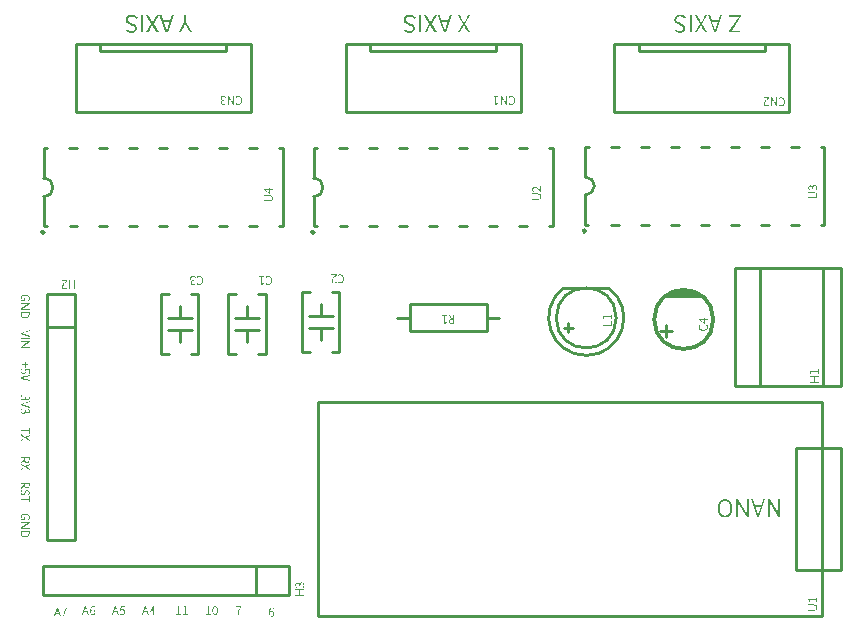
<source format=gbr>
%TF.GenerationSoftware,KiCad,Pcbnew,9.0.0*%
%TF.CreationDate,2025-06-10T00:19:28+03:00*%
%TF.ProjectId,motorControlPCB,6d6f746f-7243-46f6-9e74-726f6c504342,rev?*%
%TF.SameCoordinates,Original*%
%TF.FileFunction,Legend,Top*%
%TF.FilePolarity,Positive*%
%FSLAX46Y46*%
G04 Gerber Fmt 4.6, Leading zero omitted, Abs format (unit mm)*
G04 Created by KiCad (PCBNEW 9.0.0) date 2025-06-10 00:19:28*
%MOMM*%
%LPD*%
G01*
G04 APERTURE LIST*
%ADD10C,0.000000*%
%ADD11C,0.254000*%
%ADD12C,0.250000*%
%ADD13C,0.300000*%
G04 APERTURE END LIST*
D10*
G36*
X124020560Y-76674650D02*
G01*
X124094730Y-76685820D01*
X124165340Y-76704110D01*
X124231890Y-76729510D01*
X124294880Y-76761520D01*
X124353810Y-76799110D01*
X124408670Y-76842800D01*
X124458460Y-76891560D01*
X124356860Y-77005860D01*
X124314690Y-76965220D01*
X124269480Y-76928140D01*
X124220200Y-76896140D01*
X124168390Y-76869210D01*
X124114540Y-76847370D01*
X124057640Y-76831110D01*
X123999730Y-76821460D01*
X123940300Y-76817900D01*
X123867650Y-76822480D01*
X123803140Y-76836700D01*
X123747250Y-76859050D01*
X123700520Y-76889020D01*
X123662930Y-76926110D01*
X123635500Y-76970300D01*
X123618220Y-77019580D01*
X123612640Y-77074440D01*
X123617720Y-77129820D01*
X123632450Y-77176040D01*
X123655310Y-77214650D01*
X123686300Y-77247670D01*
X123723890Y-77276120D01*
X123767070Y-77301520D01*
X123866640Y-77348760D01*
X124135880Y-77467640D01*
X124188710Y-77497100D01*
X124239510Y-77532150D01*
X124286240Y-77573810D01*
X124325870Y-77622580D01*
X124357360Y-77679470D01*
X124377680Y-77745510D01*
X124384800Y-77821200D01*
X124380730Y-77876580D01*
X124369050Y-77928390D01*
X124350760Y-77977160D01*
X124324850Y-78022370D01*
X124292850Y-78063520D01*
X124255250Y-78100100D01*
X124212070Y-78132100D01*
X124163310Y-78159530D01*
X124110480Y-78180870D01*
X124053070Y-78196620D01*
X123992110Y-78206270D01*
X123927600Y-78209820D01*
X123861560Y-78206270D01*
X123798060Y-78196110D01*
X123737600Y-78179850D01*
X123680710Y-78158520D01*
X123627880Y-78131590D01*
X123578600Y-78100600D01*
X123533890Y-78065550D01*
X123493250Y-78026940D01*
X123582160Y-77920260D01*
X123617210Y-77951250D01*
X123654800Y-77978680D01*
X123693920Y-78003070D01*
X123736080Y-78023900D01*
X123779770Y-78040150D01*
X123826500Y-78052340D01*
X123875780Y-78059960D01*
X123927600Y-78062500D01*
X123989570Y-78058440D01*
X124045450Y-78046250D01*
X124094220Y-78026940D01*
X124135880Y-78000530D01*
X124169400Y-77967510D01*
X124194300Y-77928390D01*
X124209540Y-77883690D01*
X124214620Y-77833900D01*
X124208520Y-77781070D01*
X124191750Y-77736370D01*
X124166360Y-77698270D01*
X124133340Y-77666260D01*
X124095240Y-77638830D01*
X124054090Y-77615460D01*
X124010910Y-77594130D01*
X123752340Y-77483380D01*
X123690360Y-77454430D01*
X123631940Y-77421410D01*
X123579620Y-77383820D01*
X123533390Y-77340640D01*
X123495800Y-77290340D01*
X123466840Y-77231920D01*
X123448550Y-77164360D01*
X123442460Y-77087140D01*
X123446520Y-77029740D01*
X123458200Y-76975380D01*
X123477510Y-76923570D01*
X123503920Y-76875310D01*
X123537450Y-76831110D01*
X123577580Y-76790980D01*
X123623810Y-76756440D01*
X123676640Y-76726460D01*
X123735060Y-76702590D01*
X123799070Y-76685320D01*
X123868670Y-76674140D01*
X123942840Y-76670580D01*
X124020560Y-76674650D01*
G37*
G36*
X128585960Y-77280180D02*
G01*
X129033000Y-78184420D01*
X128855200Y-78184420D01*
X128504680Y-77427500D01*
X128497060Y-77427500D01*
X128419330Y-77591080D01*
X128347200Y-77752620D01*
X128144000Y-78184420D01*
X127971280Y-78184420D01*
X128418320Y-77280180D01*
X128418320Y-76695980D01*
X128585960Y-76695980D01*
X128585960Y-77280180D01*
G37*
G36*
X126630160Y-77165880D02*
G01*
X127186420Y-77165880D01*
X127338820Y-76695980D01*
X127506460Y-76695980D01*
X126998460Y-78184420D01*
X126813040Y-78184420D01*
X126510490Y-77297960D01*
X126673340Y-77297960D01*
X126752070Y-77539260D01*
X126830310Y-77788690D01*
X126904480Y-78042180D01*
X126914640Y-78042180D01*
X126987790Y-77787680D01*
X127143240Y-77297960D01*
X126673340Y-77297960D01*
X126510490Y-77297960D01*
X126305040Y-76695980D01*
X126482840Y-76695980D01*
X126630160Y-77165880D01*
G37*
G36*
X125715750Y-77351300D02*
G01*
X125725920Y-77351300D01*
X125817860Y-77165880D01*
X126071360Y-76695980D01*
X126246620Y-76695980D01*
X125812280Y-77463060D01*
X126221220Y-78184420D01*
X126033250Y-78184420D01*
X125822430Y-77788180D01*
X125766050Y-77689120D01*
X125705600Y-77574820D01*
X125695430Y-77574820D01*
X125614660Y-77738910D01*
X125377930Y-78184420D01*
X125202680Y-78184420D01*
X125611620Y-77455440D01*
X125174740Y-76695980D01*
X125360160Y-76695980D01*
X125715750Y-77351300D01*
G37*
G36*
X124933430Y-78184420D02*
G01*
X124763250Y-78184420D01*
X124763250Y-76695980D01*
X124933430Y-76695980D01*
X124933430Y-78184420D01*
G37*
G36*
X147561280Y-76674650D02*
G01*
X147635450Y-76685820D01*
X147706060Y-76704110D01*
X147772610Y-76729510D01*
X147835600Y-76761520D01*
X147894530Y-76799110D01*
X147949390Y-76842800D01*
X147999180Y-76891560D01*
X147897580Y-77005860D01*
X147855410Y-76965220D01*
X147810200Y-76928140D01*
X147760920Y-76896140D01*
X147709110Y-76869210D01*
X147655260Y-76847370D01*
X147598360Y-76831110D01*
X147540450Y-76821460D01*
X147481010Y-76817900D01*
X147408370Y-76822480D01*
X147343860Y-76836700D01*
X147287980Y-76859050D01*
X147240730Y-76889020D01*
X147203650Y-76926110D01*
X147176220Y-76970300D01*
X147158940Y-77019580D01*
X147153360Y-77074440D01*
X147158440Y-77129820D01*
X147173170Y-77176040D01*
X147196030Y-77214650D01*
X147227010Y-77247670D01*
X147264610Y-77276120D01*
X147307790Y-77301520D01*
X147407360Y-77348760D01*
X147676600Y-77467640D01*
X147729430Y-77497100D01*
X147780230Y-77532150D01*
X147826960Y-77573810D01*
X147866590Y-77622580D01*
X147898080Y-77679470D01*
X147918400Y-77745510D01*
X147925510Y-77821200D01*
X147921450Y-77876580D01*
X147909770Y-77928390D01*
X147891480Y-77977160D01*
X147865570Y-78022370D01*
X147833570Y-78063520D01*
X147795980Y-78100100D01*
X147752790Y-78132100D01*
X147704030Y-78159530D01*
X147651200Y-78180870D01*
X147593790Y-78196620D01*
X147532830Y-78206270D01*
X147468320Y-78209820D01*
X147402280Y-78206270D01*
X147338780Y-78196110D01*
X147278320Y-78179850D01*
X147221430Y-78158520D01*
X147168600Y-78131590D01*
X147119320Y-78100600D01*
X147074620Y-78065550D01*
X147033980Y-78026940D01*
X147122870Y-77920260D01*
X147157930Y-77951250D01*
X147195520Y-77978680D01*
X147234640Y-78003070D01*
X147276290Y-78023900D01*
X147320490Y-78040150D01*
X147367220Y-78052340D01*
X147416500Y-78059960D01*
X147468320Y-78062500D01*
X147530290Y-78058440D01*
X147586170Y-78046250D01*
X147634940Y-78026940D01*
X147676600Y-78000530D01*
X147710120Y-77967510D01*
X147735010Y-77928390D01*
X147750260Y-77883690D01*
X147755340Y-77833900D01*
X147749240Y-77781070D01*
X147732480Y-77736370D01*
X147707080Y-77698270D01*
X147674060Y-77666260D01*
X147635960Y-77638830D01*
X147594810Y-77615460D01*
X147551630Y-77594130D01*
X147293060Y-77483380D01*
X147231080Y-77454430D01*
X147172660Y-77421410D01*
X147120340Y-77383820D01*
X147074110Y-77340640D01*
X147036510Y-77290340D01*
X147007560Y-77231920D01*
X146989270Y-77164360D01*
X146983180Y-77087140D01*
X146987240Y-77029740D01*
X146998920Y-76975380D01*
X147018230Y-76923570D01*
X147044640Y-76875310D01*
X147078170Y-76831110D01*
X147118300Y-76790980D01*
X147164530Y-76756440D01*
X147217360Y-76726460D01*
X147275780Y-76702590D01*
X147339790Y-76685320D01*
X147409390Y-76674140D01*
X147483560Y-76670580D01*
X147561280Y-76674650D01*
G37*
G36*
X151959040Y-77110000D02*
G01*
X152088580Y-77351300D01*
X152096200Y-77351300D01*
X152218120Y-77110000D01*
X152444180Y-76695980D01*
X152619440Y-76695980D01*
X152182560Y-77463060D01*
X152591500Y-78184420D01*
X152406080Y-78184420D01*
X152192720Y-77788180D01*
X152136330Y-77689120D01*
X152075880Y-77574820D01*
X152065720Y-77574820D01*
X151985960Y-77738910D01*
X151748220Y-78184420D01*
X151572960Y-78184420D01*
X151981900Y-77455440D01*
X151545020Y-76695980D01*
X151730440Y-76695980D01*
X151959040Y-77110000D01*
G37*
G36*
X150170880Y-77165880D02*
G01*
X150727140Y-77165880D01*
X150879540Y-76695980D01*
X151047180Y-76695980D01*
X150539180Y-78184420D01*
X150353760Y-78184420D01*
X150051210Y-77297960D01*
X150214060Y-77297960D01*
X150292800Y-77539260D01*
X150371030Y-77788690D01*
X150445200Y-78042180D01*
X150455360Y-78042180D01*
X150528510Y-77787680D01*
X150683960Y-77297960D01*
X150214060Y-77297960D01*
X150051210Y-77297960D01*
X149845760Y-76695980D01*
X150023560Y-76695980D01*
X150170880Y-77165880D01*
G37*
G36*
X149256480Y-77351300D02*
G01*
X149266640Y-77351300D01*
X149358580Y-77165880D01*
X149612080Y-76695980D01*
X149787340Y-76695980D01*
X149353000Y-77463060D01*
X149761940Y-78184420D01*
X149573980Y-78184420D01*
X149363160Y-77788180D01*
X149306770Y-77689120D01*
X149246320Y-77574820D01*
X149236160Y-77574820D01*
X149155380Y-77738910D01*
X148918660Y-78184420D01*
X148743400Y-78184420D01*
X149152340Y-77455440D01*
X148715460Y-76695980D01*
X148900880Y-76695980D01*
X149256480Y-77351300D01*
G37*
G36*
X148474160Y-78184420D02*
G01*
X148303980Y-78184420D01*
X148303980Y-76695980D01*
X148474160Y-76695980D01*
X148474160Y-78184420D01*
G37*
G36*
X170471570Y-76674650D02*
G01*
X170545740Y-76685820D01*
X170615840Y-76704110D01*
X170682900Y-76729510D01*
X170745380Y-76761520D01*
X170804310Y-76799110D01*
X170859180Y-76842800D01*
X170909980Y-76891560D01*
X170808380Y-77005860D01*
X170765700Y-76965220D01*
X170719480Y-76928140D01*
X170670200Y-76896140D01*
X170618380Y-76869210D01*
X170564030Y-76847370D01*
X170508150Y-76831110D01*
X170450240Y-76821460D01*
X170391820Y-76817900D01*
X170319170Y-76822480D01*
X170254660Y-76836700D01*
X170198780Y-76859050D01*
X170152040Y-76889020D01*
X170114450Y-76926110D01*
X170087020Y-76970300D01*
X170069740Y-77019580D01*
X170064160Y-77074440D01*
X170069240Y-77129820D01*
X170083970Y-77176040D01*
X170106830Y-77214650D01*
X170137820Y-77247670D01*
X170175410Y-77276120D01*
X170218590Y-77301520D01*
X170266340Y-77325400D01*
X170534060Y-77442740D01*
X170586380Y-77467640D01*
X170639210Y-77497100D01*
X170690010Y-77532150D01*
X170736750Y-77573810D01*
X170776880Y-77622580D01*
X170808380Y-77679470D01*
X170829200Y-77745510D01*
X170836320Y-77821200D01*
X170832250Y-77876580D01*
X170820570Y-77928390D01*
X170801770Y-77977160D01*
X170775860Y-78022370D01*
X170743860Y-78063520D01*
X170705760Y-78100100D01*
X170662070Y-78132100D01*
X170613300Y-78159530D01*
X170559960Y-78180870D01*
X170502560Y-78196620D01*
X170441090Y-78206270D01*
X170376580Y-78209820D01*
X170311040Y-78206270D01*
X170248560Y-78196110D01*
X170188620Y-78179850D01*
X170132230Y-78158520D01*
X170079400Y-78131590D01*
X170030120Y-78100600D01*
X169985420Y-78065550D01*
X169944780Y-78026940D01*
X170033680Y-77920260D01*
X170068730Y-77951250D01*
X170105810Y-77978680D01*
X170144930Y-78003070D01*
X170186080Y-78023900D01*
X170229760Y-78040150D01*
X170275990Y-78052340D01*
X170324760Y-78059960D01*
X170376580Y-78062500D01*
X170438550Y-78058440D01*
X170494940Y-78046250D01*
X170544220Y-78026940D01*
X170585870Y-78000530D01*
X170619910Y-77967510D01*
X170645310Y-77928390D01*
X170660550Y-77883690D01*
X170666140Y-77833900D01*
X170660040Y-77781070D01*
X170643280Y-77736370D01*
X170617370Y-77698270D01*
X170584350Y-77666260D01*
X170546250Y-77638830D01*
X170460900Y-77594130D01*
X170201320Y-77483380D01*
X170139340Y-77454430D01*
X170081430Y-77421410D01*
X170029100Y-77383820D01*
X169983890Y-77340640D01*
X169946300Y-77290340D01*
X169917850Y-77231920D01*
X169900070Y-77164360D01*
X169893980Y-77087140D01*
X169898040Y-77029740D01*
X169909720Y-76975380D01*
X169929030Y-76923570D01*
X169955440Y-76875310D01*
X169988970Y-76831110D01*
X170029100Y-76790980D01*
X170075330Y-76756440D01*
X170128160Y-76726460D01*
X170186580Y-76702590D01*
X170250590Y-76685320D01*
X170320190Y-76674140D01*
X170394360Y-76670580D01*
X170471570Y-76674650D01*
G37*
G36*
X175537860Y-76795040D02*
G01*
X174735220Y-78042180D01*
X175464200Y-78042180D01*
X175464200Y-78184420D01*
X174529480Y-78184420D01*
X174529480Y-78082820D01*
X175329580Y-76838220D01*
X174519310Y-76838220D01*
X174519310Y-76695980D01*
X175537860Y-76695980D01*
X175537860Y-76795040D01*
G37*
G36*
X173081680Y-77165880D02*
G01*
X173635400Y-77165880D01*
X173787800Y-76695980D01*
X173957980Y-76695980D01*
X173449980Y-78184420D01*
X173264560Y-78184420D01*
X172960500Y-77297960D01*
X173124860Y-77297960D01*
X173201060Y-77539260D01*
X173242710Y-77664230D01*
X173356000Y-78042180D01*
X173363620Y-78042180D01*
X173437780Y-77787680D01*
X173594750Y-77297960D01*
X173124860Y-77297960D01*
X172960500Y-77297960D01*
X172754020Y-76695980D01*
X172934360Y-76695980D01*
X173081680Y-77165880D01*
G37*
G36*
X172037740Y-77110000D02*
G01*
X172167280Y-77351300D01*
X172174900Y-77351300D01*
X172296810Y-77110000D01*
X172522880Y-76695980D01*
X172698140Y-76695980D01*
X172263800Y-77463060D01*
X172670200Y-78184420D01*
X172484780Y-78184420D01*
X172273960Y-77788180D01*
X172217060Y-77689120D01*
X172154580Y-77574820D01*
X172144420Y-77574820D01*
X172065680Y-77738910D01*
X171826920Y-78184420D01*
X171654200Y-78184420D01*
X172060590Y-77455440D01*
X171623720Y-76695980D01*
X171809140Y-76695980D01*
X172037740Y-77110000D01*
G37*
G36*
X171382420Y-78184420D02*
G01*
X171214780Y-78184420D01*
X171214780Y-76695980D01*
X171382420Y-76695980D01*
X171382420Y-78184420D01*
G37*
G36*
X114983750Y-100381990D02*
G01*
X115037090Y-100390120D01*
X115086870Y-100403840D01*
X115132080Y-100422630D01*
X115172720Y-100445490D01*
X115208280Y-100473430D01*
X115239270Y-100504930D01*
X115264670Y-100540490D01*
X115284990Y-100579100D01*
X115299720Y-100621260D01*
X115308870Y-100666470D01*
X115311920Y-100714230D01*
X115304300Y-100785340D01*
X115283470Y-100843760D01*
X115254000Y-100890500D01*
X115220480Y-100927580D01*
X115167140Y-100881860D01*
X115194570Y-100850880D01*
X115216920Y-100814300D01*
X115232670Y-100770610D01*
X115238260Y-100716760D01*
X115232670Y-100661390D01*
X115216410Y-100612120D01*
X115190500Y-100568940D01*
X115154940Y-100532870D01*
X115110240Y-100503910D01*
X115057410Y-100482580D01*
X114996450Y-100469880D01*
X114928370Y-100465300D01*
X114860300Y-100469370D01*
X114799340Y-100482070D01*
X114746000Y-100502900D01*
X114700790Y-100530840D01*
X114664720Y-100566900D01*
X114637800Y-100610080D01*
X114621540Y-100659870D01*
X114615960Y-100716760D01*
X114619000Y-100758420D01*
X114628150Y-100797540D01*
X114642880Y-100831570D01*
X114661680Y-100859000D01*
X114864870Y-100859000D01*
X114864870Y-100696450D01*
X114936000Y-100696450D01*
X114936000Y-100937740D01*
X114626120Y-100937740D01*
X114592590Y-100895580D01*
X114566170Y-100842240D01*
X114548390Y-100779760D01*
X114542300Y-100709140D01*
X114548900Y-100639550D01*
X114568710Y-100576050D01*
X114600710Y-100519660D01*
X114644400Y-100471400D01*
X114699780Y-100432280D01*
X114765310Y-100403330D01*
X114841000Y-100385040D01*
X114925840Y-100378950D01*
X114983750Y-100381990D01*
G37*
G36*
X115299210Y-101201900D02*
G01*
X114816620Y-101483840D01*
X114664210Y-101565120D01*
X114664210Y-101570200D01*
X114779020Y-101562080D01*
X114895360Y-101557500D01*
X115299210Y-101557500D01*
X115299210Y-101638780D01*
X114555000Y-101638780D01*
X114555000Y-101552420D01*
X115037600Y-101273020D01*
X115190000Y-101191740D01*
X115190000Y-101186670D01*
X115019820Y-101195810D01*
X114555000Y-101196820D01*
X114555000Y-101115540D01*
X115299210Y-101115540D01*
X115299210Y-101201900D01*
G37*
G36*
X115299210Y-102029950D02*
G01*
X115296680Y-102084810D01*
X115288040Y-102135100D01*
X115274320Y-102180310D01*
X115255530Y-102220950D01*
X115231650Y-102257020D01*
X115202690Y-102288520D01*
X115168660Y-102314930D01*
X115130050Y-102336780D01*
X115086870Y-102353540D01*
X115039120Y-102365730D01*
X114987300Y-102372840D01*
X114930920Y-102375390D01*
X114874530Y-102372840D01*
X114821690Y-102365730D01*
X114773440Y-102353540D01*
X114729750Y-102336780D01*
X114690120Y-102314930D01*
X114655070Y-102288520D01*
X114625610Y-102257530D01*
X114600710Y-102221970D01*
X114580900Y-102181330D01*
X114566680Y-102136620D01*
X114558040Y-102086840D01*
X114555000Y-102032480D01*
X114555000Y-102022320D01*
X114623580Y-102022320D01*
X114629160Y-102085320D01*
X114644910Y-102140180D01*
X114670820Y-102185900D01*
X114705870Y-102223490D01*
X114750070Y-102251940D01*
X114802390Y-102272770D01*
X114862840Y-102284960D01*
X114930920Y-102289020D01*
X114997970Y-102284960D01*
X115056900Y-102272770D01*
X115108210Y-102251940D01*
X115151390Y-102223490D01*
X115185420Y-102185900D01*
X115210320Y-102140180D01*
X115225560Y-102085320D01*
X115230640Y-102022320D01*
X115230640Y-101930890D01*
X114623580Y-101930890D01*
X114623580Y-102022320D01*
X114555000Y-102022320D01*
X114555000Y-101930890D01*
X114555000Y-101847060D01*
X115299210Y-101847060D01*
X115299210Y-102029950D01*
G37*
G36*
X115299210Y-103457420D02*
G01*
X114887740Y-103581890D01*
X114764800Y-103616940D01*
X114641360Y-103655540D01*
X114641360Y-103658080D01*
X115299210Y-103856200D01*
X115299210Y-103940020D01*
X114555000Y-103703800D01*
X114555000Y-103607280D01*
X115299210Y-103368520D01*
X115299210Y-103457420D01*
G37*
G36*
X115299210Y-104130520D02*
G01*
X114555000Y-104130520D01*
X114555000Y-104046700D01*
X115299210Y-104046700D01*
X115299210Y-104130520D01*
G37*
G36*
X115299210Y-104422620D02*
G01*
X114816620Y-104704560D01*
X114664210Y-104785840D01*
X114664210Y-104790920D01*
X114837440Y-104779240D01*
X115299210Y-104778220D01*
X115299210Y-104859500D01*
X114555000Y-104859500D01*
X114555000Y-104773140D01*
X115037600Y-104493740D01*
X115190000Y-104412460D01*
X115190000Y-104407380D01*
X115019820Y-104416530D01*
X114555000Y-104417540D01*
X114555000Y-104336260D01*
X115299210Y-104336260D01*
X115299210Y-104422620D01*
G37*
G36*
X114961400Y-106276820D02*
G01*
X115182370Y-106276820D01*
X115182370Y-106345400D01*
X114961400Y-106345400D01*
X114961400Y-106551140D01*
X114897900Y-106551140D01*
X114897900Y-106345400D01*
X114674370Y-106345400D01*
X114674370Y-106276820D01*
X114897900Y-106276820D01*
X114897900Y-106071080D01*
X114961400Y-106071080D01*
X114961400Y-106276820D01*
G37*
G36*
X114694690Y-106660360D02*
G01*
X114663200Y-106695420D01*
X114636780Y-106737070D01*
X114617990Y-106786350D01*
X114610870Y-106845780D01*
X114623580Y-106910300D01*
X114660150Y-106962620D01*
X114718060Y-106998180D01*
X114793760Y-107010880D01*
X114867420Y-106999200D01*
X114922280Y-106967200D01*
X114956820Y-106916400D01*
X114969020Y-106850860D01*
X114965970Y-106815810D01*
X114957840Y-106784320D01*
X114944120Y-106754850D01*
X114925840Y-106723860D01*
X114953780Y-106678140D01*
X115299210Y-106703540D01*
X115299210Y-107059140D01*
X115228100Y-107059140D01*
X115228100Y-106774660D01*
X115002030Y-106754340D01*
X115015240Y-106781270D01*
X115024900Y-106808700D01*
X115030480Y-106838670D01*
X115032520Y-106871180D01*
X115028960Y-106915890D01*
X115018800Y-106957540D01*
X115001530Y-106995640D01*
X114976130Y-107028660D01*
X114943620Y-107056100D01*
X114902980Y-107076920D01*
X114853700Y-107090130D01*
X114796300Y-107094700D01*
X114738890Y-107089620D01*
X114688090Y-107074380D01*
X114644400Y-107051020D01*
X114608340Y-107020540D01*
X114579890Y-106984470D01*
X114559060Y-106943830D01*
X114546360Y-106899630D01*
X114542300Y-106853400D01*
X114550420Y-106775680D01*
X114572780Y-106711670D01*
X114604270Y-106660360D01*
X114641360Y-106619720D01*
X114694690Y-106660360D01*
G37*
G36*
X115299210Y-107239480D02*
G01*
X114641360Y-107437600D01*
X114641360Y-107440140D01*
X114704860Y-107460970D01*
X115299210Y-107638260D01*
X115299210Y-107724620D01*
X114555000Y-107485860D01*
X114555000Y-107389340D01*
X115299210Y-107150580D01*
X115299210Y-107239480D01*
G37*
G36*
X114697240Y-108900640D02*
G01*
X114664210Y-108935700D01*
X114636780Y-108977350D01*
X114617990Y-109027640D01*
X114610870Y-109088600D01*
X114621030Y-109150070D01*
X114649990Y-109199350D01*
X114695710Y-109231860D01*
X114755660Y-109243540D01*
X114818650Y-109230840D01*
X114867420Y-109190200D01*
X114899420Y-109117050D01*
X114910600Y-109007320D01*
X114974100Y-109007320D01*
X114985270Y-109105880D01*
X115016260Y-109170900D01*
X115063000Y-109206970D01*
X115121420Y-109218140D01*
X115171710Y-109209000D01*
X115210320Y-109182580D01*
X115235710Y-109140930D01*
X115245870Y-109086060D01*
X115238760Y-109041870D01*
X115223020Y-109000720D01*
X115199650Y-108964140D01*
X115169680Y-108931120D01*
X115225560Y-108885400D01*
X115259590Y-108928080D01*
X115287020Y-108975830D01*
X115305310Y-109030180D01*
X115311920Y-109091140D01*
X115299720Y-109175470D01*
X115264160Y-109242530D01*
X115206760Y-109286220D01*
X115129030Y-109301960D01*
X115065030Y-109292310D01*
X115013720Y-109264880D01*
X114974600Y-109222720D01*
X114946160Y-109167340D01*
X114943620Y-109167340D01*
X114919740Y-109229830D01*
X114878590Y-109280630D01*
X114822710Y-109314660D01*
X114753120Y-109327360D01*
X114706380Y-109322790D01*
X114664210Y-109309080D01*
X114628150Y-109287740D01*
X114598180Y-109259290D01*
X114574300Y-109224750D01*
X114556520Y-109184620D01*
X114545850Y-109140930D01*
X114542300Y-109093680D01*
X114550420Y-109014440D01*
X114573280Y-108949920D01*
X114605290Y-108898100D01*
X114643900Y-108857460D01*
X114697240Y-108900640D01*
G37*
G36*
X115299210Y-109474680D02*
G01*
X114641360Y-109672800D01*
X114641360Y-109677880D01*
X115299210Y-109873460D01*
X115299210Y-109959820D01*
X114555000Y-109721060D01*
X114555000Y-109624540D01*
X115299210Y-109385780D01*
X115299210Y-109474680D01*
G37*
G36*
X114697240Y-110033480D02*
G01*
X114664210Y-110068540D01*
X114636780Y-110110190D01*
X114617990Y-110160480D01*
X114610870Y-110221440D01*
X114621030Y-110284440D01*
X114649990Y-110333200D01*
X114695710Y-110365210D01*
X114755660Y-110376380D01*
X114818650Y-110364190D01*
X114867420Y-110324060D01*
X114899420Y-110251920D01*
X114910600Y-110142700D01*
X114974100Y-110142700D01*
X114985270Y-110240750D01*
X115016260Y-110304760D01*
X115063000Y-110340320D01*
X115121420Y-110350980D01*
X115171710Y-110341840D01*
X115210320Y-110315930D01*
X115235710Y-110274780D01*
X115245870Y-110221440D01*
X115238760Y-110177250D01*
X115223020Y-110136100D01*
X115199650Y-110098000D01*
X115169680Y-110063960D01*
X115225560Y-110018240D01*
X115259590Y-110061930D01*
X115287020Y-110109680D01*
X115305310Y-110163020D01*
X115311920Y-110223980D01*
X115299720Y-110308310D01*
X115264160Y-110375370D01*
X115206760Y-110419060D01*
X115129030Y-110434800D01*
X115065030Y-110425150D01*
X115013720Y-110398230D01*
X114974600Y-110356570D01*
X114946160Y-110302720D01*
X114943620Y-110302720D01*
X114919740Y-110363680D01*
X114878590Y-110413980D01*
X114822710Y-110447500D01*
X114753120Y-110460200D01*
X114706380Y-110455630D01*
X114664210Y-110441920D01*
X114628150Y-110420580D01*
X114598180Y-110392130D01*
X114574300Y-110357590D01*
X114556520Y-110317460D01*
X114545850Y-110273770D01*
X114542300Y-110226520D01*
X114550420Y-110148290D01*
X114573280Y-110083780D01*
X114605290Y-110031450D01*
X114643900Y-109990300D01*
X114697240Y-110033480D01*
G37*
G36*
X115299210Y-112192480D02*
G01*
X115228100Y-112192480D01*
X115228100Y-111966420D01*
X114555000Y-111966420D01*
X114555000Y-111880060D01*
X115228100Y-111880060D01*
X115228100Y-111654000D01*
X115299210Y-111654000D01*
X115299210Y-112192480D01*
G37*
G36*
X114938530Y-112438860D02*
G01*
X115299210Y-112233120D01*
X115299210Y-112327100D01*
X114994420Y-112492200D01*
X114994420Y-112497280D01*
X115076710Y-112536400D01*
X115299210Y-112654760D01*
X115299210Y-112743660D01*
X114936000Y-112537920D01*
X114555000Y-112756360D01*
X114555000Y-112664920D01*
X114882660Y-112484580D01*
X114882660Y-112482040D01*
X114555000Y-112306780D01*
X114555000Y-112220420D01*
X114938530Y-112438860D01*
G37*
G36*
X115299210Y-114364180D02*
G01*
X115296680Y-114419050D01*
X115288550Y-114468830D01*
X115274320Y-114513030D01*
X115253500Y-114551130D01*
X115225560Y-114581610D01*
X115190000Y-114603960D01*
X115146310Y-114618180D01*
X115093480Y-114623260D01*
X115014740Y-114611070D01*
X114954280Y-114576020D01*
X114911100Y-114521660D01*
X114885190Y-114450540D01*
X114555000Y-114641040D01*
X114555000Y-114547060D01*
X114875030Y-114361640D01*
X114875030Y-114351480D01*
X114946160Y-114351480D01*
X114954790Y-114430730D01*
X114981710Y-114489150D01*
X115027440Y-114524710D01*
X115093480Y-114536900D01*
X115157990Y-114524710D01*
X115200160Y-114489150D01*
X115223520Y-114430730D01*
X115230640Y-114351480D01*
X115230640Y-114221940D01*
X114946160Y-114221940D01*
X114946160Y-114351480D01*
X114875030Y-114351480D01*
X114875030Y-114221940D01*
X114555000Y-114221940D01*
X114555000Y-114138120D01*
X115299210Y-114138120D01*
X115299210Y-114364180D01*
G37*
G36*
X114938530Y-114902660D02*
G01*
X115299210Y-114699460D01*
X115299210Y-114790900D01*
X114994420Y-114956000D01*
X114994420Y-114961080D01*
X115076710Y-115001220D01*
X115299210Y-115121100D01*
X115299210Y-115207460D01*
X114936000Y-115004260D01*
X114555000Y-115222700D01*
X114555000Y-115128720D01*
X114882660Y-114950920D01*
X114882660Y-114945840D01*
X114555000Y-114773120D01*
X114555000Y-114684220D01*
X114938530Y-114902660D01*
G37*
G36*
X115299210Y-116523180D02*
G01*
X115296680Y-116578050D01*
X115288550Y-116627830D01*
X115274320Y-116672030D01*
X115253500Y-116710130D01*
X115225560Y-116740610D01*
X115190000Y-116762960D01*
X115146310Y-116777180D01*
X115093480Y-116782260D01*
X115014740Y-116770070D01*
X114954280Y-116735020D01*
X114911100Y-116680660D01*
X114885190Y-116609540D01*
X114555000Y-116800040D01*
X114555000Y-116706060D01*
X114875030Y-116520640D01*
X114875030Y-116510480D01*
X114946160Y-116510480D01*
X114954790Y-116589730D01*
X114981710Y-116648150D01*
X115027440Y-116683710D01*
X115093480Y-116695900D01*
X115157990Y-116683710D01*
X115200160Y-116648150D01*
X115223520Y-116589730D01*
X115230640Y-116510480D01*
X115230640Y-116380940D01*
X114946160Y-116380940D01*
X114946160Y-116510480D01*
X114875030Y-116510480D01*
X114875030Y-116380940D01*
X114555000Y-116380940D01*
X114555000Y-116297120D01*
X115299210Y-116297120D01*
X115299210Y-116523180D01*
G37*
G36*
X114709940Y-116914340D02*
G01*
X114670820Y-116958540D01*
X114640850Y-117008830D01*
X114622560Y-117064200D01*
X114615960Y-117122620D01*
X114625100Y-117190700D01*
X114651010Y-117242000D01*
X114691140Y-117274010D01*
X114742960Y-117285180D01*
X114794260Y-117275530D01*
X114830840Y-117248610D01*
X114857260Y-117207970D01*
X114928370Y-117051500D01*
X114955810Y-116998670D01*
X114993910Y-116949400D01*
X115047250Y-116913330D01*
X115118870Y-116899100D01*
X115196090Y-116916880D01*
X115257560Y-116965140D01*
X115297690Y-117038300D01*
X115311920Y-117130240D01*
X115305310Y-117194250D01*
X115286010Y-117252670D01*
X115257050Y-117303470D01*
X115220480Y-117346140D01*
X115167140Y-117300420D01*
X115196600Y-117264360D01*
X115218950Y-117224730D01*
X115233180Y-117180540D01*
X115238260Y-117130240D01*
X115230640Y-117071320D01*
X115207780Y-117025600D01*
X115171710Y-116996130D01*
X115123960Y-116985460D01*
X115075190Y-116996640D01*
X115040140Y-117025600D01*
X115014740Y-117065730D01*
X114948690Y-117216600D01*
X114917200Y-117277060D01*
X114876050Y-117326330D01*
X114822200Y-117359350D01*
X114750580Y-117371540D01*
X114707900Y-117366970D01*
X114668790Y-117354270D01*
X114633230Y-117332940D01*
X114602750Y-117303980D01*
X114577350Y-117268420D01*
X114558550Y-117225750D01*
X114546360Y-117176980D01*
X114542300Y-117122620D01*
X114549920Y-117045920D01*
X114572270Y-116976830D01*
X114606810Y-116915870D01*
X114651520Y-116863540D01*
X114709940Y-116914340D01*
G37*
G36*
X115299210Y-117965900D02*
G01*
X115228100Y-117965900D01*
X115228100Y-117737300D01*
X114555000Y-117737300D01*
X114555000Y-117653480D01*
X115228100Y-117653480D01*
X115228100Y-117427420D01*
X115299210Y-117427420D01*
X115299210Y-117965900D01*
G37*
G36*
X114983750Y-118923990D02*
G01*
X115037090Y-118932120D01*
X115086870Y-118945840D01*
X115132080Y-118964630D01*
X115172720Y-118987490D01*
X115208280Y-119015430D01*
X115239270Y-119046930D01*
X115264670Y-119082490D01*
X115284990Y-119121100D01*
X115299720Y-119163260D01*
X115308870Y-119208470D01*
X115311920Y-119256220D01*
X115304300Y-119327340D01*
X115283470Y-119385760D01*
X115254000Y-119432500D01*
X115220480Y-119469580D01*
X115167140Y-119423860D01*
X115194570Y-119392880D01*
X115216920Y-119356300D01*
X115232670Y-119312610D01*
X115238260Y-119258760D01*
X115232670Y-119203390D01*
X115216410Y-119154120D01*
X115190500Y-119110940D01*
X115154940Y-119074870D01*
X115110240Y-119045910D01*
X115057410Y-119024580D01*
X114996450Y-119011880D01*
X114928370Y-119007300D01*
X114860300Y-119011370D01*
X114799340Y-119024070D01*
X114746000Y-119044900D01*
X114700790Y-119072840D01*
X114664720Y-119108900D01*
X114637800Y-119152080D01*
X114621540Y-119201870D01*
X114615960Y-119258760D01*
X114619000Y-119300420D01*
X114628150Y-119339540D01*
X114642880Y-119373570D01*
X114661680Y-119401000D01*
X114864870Y-119401000D01*
X114864870Y-119238440D01*
X114936000Y-119238440D01*
X114936000Y-119479740D01*
X114626120Y-119479740D01*
X114592590Y-119437580D01*
X114566170Y-119384240D01*
X114548390Y-119321760D01*
X114542300Y-119251140D01*
X114548900Y-119181550D01*
X114568710Y-119118050D01*
X114600710Y-119061660D01*
X114644400Y-119013910D01*
X114699780Y-118974280D01*
X114765310Y-118945330D01*
X114841000Y-118927040D01*
X114925840Y-118920940D01*
X114983750Y-118923990D01*
G37*
G36*
X115299210Y-119743900D02*
G01*
X114816620Y-120025840D01*
X114664210Y-120107120D01*
X114664210Y-120112200D01*
X114779020Y-120104080D01*
X114895360Y-120099500D01*
X115299210Y-120099500D01*
X115299210Y-120180780D01*
X114555000Y-120180780D01*
X114555000Y-120094420D01*
X115037600Y-119815020D01*
X115190000Y-119733740D01*
X115190000Y-119728660D01*
X115019820Y-119737810D01*
X114555000Y-119738820D01*
X114555000Y-119657540D01*
X115299210Y-119657540D01*
X115299210Y-119743900D01*
G37*
G36*
X115299210Y-120571940D02*
G01*
X115296680Y-120626810D01*
X115288040Y-120677100D01*
X115274320Y-120722310D01*
X115255530Y-120762950D01*
X115231650Y-120799020D01*
X115202690Y-120830520D01*
X115168660Y-120856930D01*
X115130050Y-120878780D01*
X115086870Y-120895540D01*
X115039120Y-120907730D01*
X114987300Y-120914840D01*
X114930920Y-120917380D01*
X114874530Y-120914840D01*
X114821690Y-120907730D01*
X114773440Y-120895540D01*
X114729750Y-120878780D01*
X114690120Y-120856930D01*
X114655070Y-120830520D01*
X114625610Y-120799530D01*
X114600710Y-120763970D01*
X114580900Y-120723330D01*
X114566680Y-120678620D01*
X114558040Y-120628840D01*
X114555000Y-120574480D01*
X114555000Y-120564320D01*
X114623580Y-120564320D01*
X114629160Y-120627320D01*
X114644910Y-120682180D01*
X114670820Y-120727900D01*
X114705870Y-120765490D01*
X114750070Y-120793940D01*
X114802390Y-120814770D01*
X114862840Y-120826960D01*
X114930920Y-120831020D01*
X114997970Y-120826960D01*
X115056900Y-120814770D01*
X115108210Y-120793940D01*
X115151390Y-120765490D01*
X115185420Y-120727900D01*
X115210320Y-120682180D01*
X115225560Y-120627320D01*
X115230640Y-120564320D01*
X115230640Y-120472880D01*
X114623580Y-120472880D01*
X114623580Y-120564320D01*
X114555000Y-120564320D01*
X114555000Y-120472880D01*
X114555000Y-120389060D01*
X115299210Y-120389060D01*
X115299210Y-120571940D01*
G37*
G36*
X117956060Y-127622980D02*
G01*
X117867160Y-127622980D01*
X117790960Y-127389300D01*
X117514100Y-127389300D01*
X117437900Y-127622980D01*
X117354080Y-127622980D01*
X117456370Y-127323260D01*
X117536960Y-127323260D01*
X117770640Y-127323260D01*
X117653800Y-126949880D01*
X117651260Y-126949880D01*
X117595380Y-127139370D01*
X117536960Y-127323260D01*
X117456370Y-127323260D01*
X117608080Y-126878760D01*
X117699520Y-126878760D01*
X117956060Y-127622980D01*
G37*
G36*
X118469140Y-126929560D02*
G01*
X118427990Y-126984940D01*
X118392940Y-127039290D01*
X118362460Y-127092630D01*
X118336550Y-127145470D01*
X118315210Y-127198800D01*
X118297940Y-127252650D01*
X118283210Y-127307520D01*
X118272030Y-127364920D01*
X118256790Y-127486840D01*
X118248160Y-127622980D01*
X118161800Y-127622980D01*
X118165860Y-127553390D01*
X118179580Y-127425370D01*
X118190240Y-127365940D01*
X118202940Y-127309550D01*
X118218180Y-127255190D01*
X118235960Y-127202360D01*
X118257300Y-127151050D01*
X118281680Y-127100250D01*
X118309120Y-127050470D01*
X118340100Y-127000180D01*
X118375160Y-126949880D01*
X118009400Y-126949880D01*
X118009400Y-126878760D01*
X118469140Y-126878760D01*
X118469140Y-126929560D01*
G37*
G36*
X120754630Y-126744650D02*
G01*
X120800350Y-126759890D01*
X120838960Y-126782750D01*
X120871980Y-126812720D01*
X120826260Y-126866060D01*
X120800860Y-126842190D01*
X120771390Y-126823390D01*
X120739390Y-126811710D01*
X120706880Y-126807640D01*
X120667760Y-126811710D01*
X120631690Y-126823900D01*
X120598670Y-126845740D01*
X120569720Y-126877750D01*
X120545330Y-126920930D01*
X120527040Y-126975790D01*
X120514340Y-127043860D01*
X120508760Y-127125140D01*
X120546350Y-127087550D01*
X120589530Y-127059610D01*
X120635250Y-127042340D01*
X120681480Y-127036240D01*
X120726180Y-127039800D01*
X120765800Y-127050980D01*
X120800350Y-127069260D01*
X120829810Y-127094660D01*
X120853180Y-127127180D01*
X120870450Y-127166800D01*
X120881120Y-127213540D01*
X120884680Y-127267380D01*
X120880100Y-127319200D01*
X120867910Y-127365940D01*
X120848100Y-127407590D01*
X120822700Y-127442140D01*
X120791200Y-127470580D01*
X120756150Y-127491410D01*
X120717540Y-127504110D01*
X120676400Y-127508690D01*
X120625090Y-127503100D01*
X120577840Y-127485320D01*
X120535680Y-127456360D01*
X120499610Y-127416230D01*
X120470660Y-127364920D01*
X120448300Y-127301930D01*
X120434590Y-127227760D01*
X120432890Y-127196260D01*
X120511300Y-127196260D01*
X120527550Y-127301420D01*
X120560570Y-127378640D01*
X120610360Y-127426390D01*
X120676400Y-127442640D01*
X120728210Y-127429940D01*
X120769870Y-127393880D01*
X120798320Y-127338500D01*
X120808480Y-127267380D01*
X120799840Y-127197790D01*
X120773420Y-127143940D01*
X120729230Y-127109400D01*
X120666240Y-127097200D01*
X120629660Y-127102790D01*
X120590540Y-127120060D01*
X120550410Y-127150540D01*
X120511300Y-127196260D01*
X120432890Y-127196260D01*
X120430020Y-127142920D01*
X120436110Y-127040820D01*
X120452370Y-126955470D01*
X120478280Y-126885880D01*
X120512310Y-126830500D01*
X120553460Y-126789360D01*
X120599180Y-126760910D01*
X120649470Y-126744140D01*
X120701800Y-126739060D01*
X120754630Y-126744650D01*
G37*
G36*
X120369060Y-127495980D02*
G01*
X120280160Y-127495980D01*
X120203960Y-127262300D01*
X119927100Y-127262300D01*
X119850900Y-127495980D01*
X119767080Y-127495980D01*
X119869370Y-127196260D01*
X119949960Y-127196260D01*
X120183640Y-127196260D01*
X120066800Y-126822880D01*
X120064260Y-126822880D01*
X120008380Y-127012370D01*
X119949960Y-127196260D01*
X119869370Y-127196260D01*
X120021080Y-126751760D01*
X120112520Y-126751760D01*
X120369060Y-127495980D01*
G37*
G36*
X122909060Y-127495980D02*
G01*
X122820160Y-127495980D01*
X122743960Y-127262300D01*
X122467100Y-127262300D01*
X122390890Y-127495980D01*
X122307070Y-127495980D01*
X122409370Y-127196260D01*
X122489960Y-127196260D01*
X122723640Y-127196260D01*
X122606800Y-126822880D01*
X122604250Y-126822880D01*
X122548380Y-127012370D01*
X122489960Y-127196260D01*
X122409370Y-127196260D01*
X122561070Y-126751760D01*
X122652520Y-126751760D01*
X122909060Y-127495980D01*
G37*
G36*
X123378960Y-126822880D02*
G01*
X123097020Y-126822880D01*
X123076700Y-127048940D01*
X123103110Y-127035740D01*
X123130540Y-127026080D01*
X123160010Y-127020500D01*
X123193540Y-127018460D01*
X123238240Y-127022020D01*
X123279390Y-127032180D01*
X123316980Y-127049450D01*
X123350000Y-127074850D01*
X123376920Y-127107360D01*
X123397240Y-127148000D01*
X123409940Y-127197280D01*
X123414520Y-127254690D01*
X123409430Y-127312090D01*
X123394200Y-127362890D01*
X123371340Y-127406580D01*
X123340860Y-127442640D01*
X123304790Y-127471090D01*
X123264660Y-127491920D01*
X123220970Y-127504620D01*
X123175750Y-127508690D01*
X123096510Y-127500560D01*
X123033010Y-127478200D01*
X122982720Y-127446710D01*
X122942070Y-127409620D01*
X122982720Y-127356280D01*
X123017260Y-127387780D01*
X123058410Y-127414200D01*
X123107680Y-127432990D01*
X123168140Y-127440110D01*
X123231640Y-127427400D01*
X123283960Y-127390830D01*
X123320030Y-127332920D01*
X123333240Y-127257220D01*
X123321550Y-127183560D01*
X123289550Y-127128700D01*
X123238750Y-127094160D01*
X123173220Y-127081970D01*
X123138160Y-127085010D01*
X123106670Y-127093140D01*
X123077200Y-127106860D01*
X123046220Y-127125140D01*
X123000500Y-127097200D01*
X123023360Y-126751760D01*
X123378960Y-126751760D01*
X123378960Y-126822880D01*
G37*
G36*
X125449060Y-127495980D02*
G01*
X125360160Y-127495980D01*
X125283960Y-127262300D01*
X125007100Y-127262300D01*
X124930890Y-127495980D01*
X124847070Y-127495980D01*
X124949370Y-127196260D01*
X125029960Y-127196260D01*
X125263640Y-127196260D01*
X125146800Y-126822880D01*
X125144250Y-126822880D01*
X125088380Y-127012370D01*
X125029960Y-127196260D01*
X124949370Y-127196260D01*
X125101070Y-126751760D01*
X125192520Y-126751760D01*
X125449060Y-127495980D01*
G37*
G36*
X125875780Y-127221660D02*
G01*
X125977380Y-127221660D01*
X125977380Y-127287700D01*
X125875780Y-127287700D01*
X125875780Y-127495980D01*
X125797040Y-127495980D01*
X125797040Y-127287700D01*
X125471920Y-127287700D01*
X125471920Y-127234360D01*
X125480200Y-127221660D01*
X125560820Y-127221660D01*
X125797040Y-127221660D01*
X125797040Y-126980360D01*
X125804660Y-126848280D01*
X125799570Y-126848280D01*
X125741160Y-126957500D01*
X125560820Y-127221660D01*
X125480200Y-127221660D01*
X125786880Y-126751760D01*
X125875780Y-126751760D01*
X125875780Y-127221660D01*
G37*
G36*
X127976360Y-127427400D02*
G01*
X128126220Y-127427400D01*
X128126220Y-127495980D01*
X127727440Y-127495980D01*
X127727440Y-127427400D01*
X127892540Y-127427400D01*
X127892540Y-126855900D01*
X127763000Y-126855900D01*
X127763000Y-126802560D01*
X127807700Y-126793420D01*
X127847320Y-126781740D01*
X127882380Y-126768020D01*
X127912860Y-126751760D01*
X127976360Y-126751760D01*
X127976360Y-127427400D01*
G37*
G36*
X128532620Y-127427400D02*
G01*
X128685020Y-127427400D01*
X128685020Y-127495980D01*
X128283700Y-127495980D01*
X128283700Y-127427400D01*
X128451340Y-127427400D01*
X128451340Y-126855900D01*
X128319260Y-126855900D01*
X128319260Y-126802560D01*
X128363960Y-126793420D01*
X128403580Y-126781740D01*
X128438640Y-126768020D01*
X128469120Y-126751760D01*
X128532620Y-126751760D01*
X128532620Y-127427400D01*
G37*
G36*
X131063470Y-126745160D02*
G01*
X131107160Y-126762430D01*
X131145770Y-126791900D01*
X131178790Y-126833550D01*
X131204700Y-126886890D01*
X131224000Y-126952420D01*
X131236190Y-127030150D01*
X131240260Y-127120060D01*
X131236190Y-127212010D01*
X131224000Y-127291260D01*
X131204700Y-127357810D01*
X131178790Y-127412670D01*
X131145770Y-127454840D01*
X131107160Y-127484810D01*
X131063470Y-127502590D01*
X131014200Y-127508690D01*
X130963400Y-127502590D01*
X130918690Y-127484810D01*
X130879580Y-127454840D01*
X130846560Y-127412670D01*
X130820650Y-127357810D01*
X130801340Y-127291260D01*
X130789660Y-127212010D01*
X130785600Y-127120060D01*
X130864340Y-127120060D01*
X130866880Y-127198300D01*
X130875000Y-127264840D01*
X130888210Y-127320220D01*
X130905990Y-127365430D01*
X130927840Y-127399470D01*
X130953240Y-127423850D01*
X130982190Y-127438070D01*
X131014200Y-127442640D01*
X131045180Y-127438070D01*
X131073120Y-127423850D01*
X131098020Y-127399470D01*
X131118840Y-127365430D01*
X131136120Y-127320220D01*
X131148310Y-127264840D01*
X131156440Y-127198300D01*
X131158980Y-127120060D01*
X131156440Y-127044370D01*
X131148310Y-126979860D01*
X131136120Y-126925500D01*
X131118840Y-126881810D01*
X131098020Y-126847780D01*
X131073120Y-126823900D01*
X131045180Y-126809680D01*
X131014200Y-126805100D01*
X130982190Y-126809680D01*
X130953240Y-126823900D01*
X130927840Y-126847780D01*
X130905990Y-126881810D01*
X130888210Y-126925500D01*
X130875000Y-126979860D01*
X130866880Y-127044370D01*
X130864340Y-127120060D01*
X130785600Y-127120060D01*
X130789660Y-127030150D01*
X130801340Y-126952420D01*
X130820650Y-126886890D01*
X130846560Y-126833550D01*
X130879580Y-126791900D01*
X130918690Y-126762430D01*
X130963400Y-126745160D01*
X131014200Y-126739060D01*
X131063470Y-126745160D01*
G37*
G36*
X130516360Y-127427400D02*
G01*
X130666220Y-127427400D01*
X130666220Y-127495980D01*
X130267440Y-127495980D01*
X130267440Y-127427400D01*
X130432540Y-127427400D01*
X130432540Y-126855900D01*
X130303000Y-126855900D01*
X130303000Y-126802560D01*
X130347700Y-126793420D01*
X130387320Y-126781740D01*
X130422380Y-126768020D01*
X130452860Y-126751760D01*
X130516360Y-126751760D01*
X130516360Y-127427400D01*
G37*
G36*
X133226540Y-126802560D02*
G01*
X133185390Y-126857940D01*
X133150340Y-126912290D01*
X133119860Y-126965630D01*
X133093950Y-127018460D01*
X133072610Y-127071800D01*
X133055340Y-127125650D01*
X133040610Y-127180520D01*
X133029430Y-127237920D01*
X133014190Y-127359840D01*
X133005560Y-127495980D01*
X132919200Y-127495980D01*
X132923260Y-127426390D01*
X132936980Y-127298370D01*
X132947140Y-127238940D01*
X132959840Y-127182550D01*
X132975080Y-127128190D01*
X132992860Y-127075360D01*
X133013680Y-127024050D01*
X133037560Y-126973250D01*
X133095470Y-126873180D01*
X133130020Y-126822880D01*
X132766800Y-126822880D01*
X132766800Y-126751760D01*
X133226540Y-126751760D01*
X133226540Y-126802560D01*
G37*
G36*
X135893030Y-126871650D02*
G01*
X135938750Y-126886890D01*
X135977360Y-126909750D01*
X136010380Y-126939720D01*
X135962120Y-126993060D01*
X135937220Y-126969190D01*
X135908270Y-126950390D01*
X135876260Y-126938710D01*
X135842740Y-126934640D01*
X135804640Y-126938710D01*
X135768570Y-126950900D01*
X135735550Y-126972740D01*
X135706590Y-127004750D01*
X135682720Y-127047930D01*
X135663920Y-127102790D01*
X135652240Y-127170860D01*
X135647160Y-127252140D01*
X135684750Y-127214550D01*
X135727420Y-127186610D01*
X135772630Y-127169340D01*
X135817340Y-127163240D01*
X135862550Y-127166800D01*
X135903190Y-127177980D01*
X135938240Y-127196260D01*
X135967700Y-127221660D01*
X135991580Y-127254180D01*
X136008850Y-127293800D01*
X136019520Y-127340540D01*
X136023080Y-127394380D01*
X136018500Y-127446200D01*
X136006310Y-127492940D01*
X135986500Y-127534590D01*
X135961100Y-127569140D01*
X135929600Y-127597580D01*
X135894550Y-127618410D01*
X135855940Y-127631110D01*
X135814800Y-127635690D01*
X135762470Y-127630100D01*
X135715230Y-127612320D01*
X135673060Y-127583360D01*
X135637500Y-127543230D01*
X135608040Y-127491920D01*
X135586700Y-127428930D01*
X135572990Y-127354760D01*
X135571290Y-127323260D01*
X135647160Y-127323260D01*
X135663920Y-127428420D01*
X135697450Y-127505640D01*
X135748250Y-127553390D01*
X135814800Y-127569640D01*
X135866100Y-127556940D01*
X135907250Y-127520880D01*
X135934680Y-127465500D01*
X135944340Y-127394380D01*
X135936210Y-127324790D01*
X135910810Y-127270940D01*
X135867120Y-127236400D01*
X135804640Y-127224200D01*
X135768060Y-127229790D01*
X135727930Y-127247060D01*
X135686780Y-127277540D01*
X135647160Y-127323260D01*
X135571290Y-127323260D01*
X135568420Y-127269920D01*
X135574510Y-127167820D01*
X135590770Y-127082470D01*
X135616680Y-127012880D01*
X135651220Y-126957500D01*
X135691860Y-126916360D01*
X135737580Y-126887910D01*
X135787870Y-126871140D01*
X135840200Y-126866060D01*
X135893030Y-126871650D01*
G37*
G36*
X135577050Y-98787890D02*
G01*
X135638010Y-98807700D01*
X135692880Y-98839700D01*
X135739610Y-98883390D01*
X135777710Y-98938760D01*
X135806160Y-99004300D01*
X135823940Y-99079990D01*
X135830040Y-99164820D01*
X135823940Y-99250170D01*
X135805650Y-99325860D01*
X135776700Y-99391900D01*
X135738090Y-99447270D01*
X135690340Y-99491470D01*
X135634960Y-99523980D01*
X135572990Y-99544300D01*
X135504920Y-99550900D01*
X135440910Y-99543280D01*
X135385030Y-99523470D01*
X135338800Y-99494010D01*
X135301720Y-99459460D01*
X135349980Y-99406120D01*
X135380960Y-99435590D01*
X135417030Y-99457940D01*
X135458180Y-99472170D01*
X135504920Y-99477240D01*
X135556730Y-99471660D01*
X135603470Y-99455400D01*
X135644110Y-99429490D01*
X135678650Y-99393930D01*
X135706080Y-99349230D01*
X135726910Y-99296400D01*
X135739100Y-99235440D01*
X135743680Y-99167360D01*
X135739610Y-99099290D01*
X135726910Y-99038330D01*
X135707100Y-98984990D01*
X135679670Y-98939780D01*
X135645630Y-98903710D01*
X135605500Y-98876790D01*
X135559270Y-98860530D01*
X135507460Y-98854950D01*
X135455640Y-98860530D01*
X135410430Y-98877300D01*
X135369790Y-98904220D01*
X135332200Y-98941300D01*
X135283940Y-98887960D01*
X135330160Y-98842240D01*
X135382490Y-98808720D01*
X135441920Y-98788400D01*
X135510000Y-98781280D01*
X135577050Y-98787890D01*
G37*
G36*
X135156940Y-98862560D02*
G01*
X134989300Y-98862560D01*
X134989300Y-99434060D01*
X135121380Y-99434060D01*
X135121380Y-99487400D01*
X135076670Y-99496550D01*
X135037050Y-99508230D01*
X135002000Y-99521950D01*
X134971520Y-99538200D01*
X134908020Y-99538200D01*
X134908020Y-98862560D01*
X134755620Y-98862560D01*
X134755620Y-98793980D01*
X135156940Y-98793980D01*
X135156940Y-98862560D01*
G37*
G36*
X141673050Y-98660890D02*
G01*
X141734010Y-98680700D01*
X141788870Y-98712700D01*
X141835610Y-98756390D01*
X141873710Y-98811760D01*
X141902160Y-98877300D01*
X141919940Y-98952990D01*
X141926040Y-99037820D01*
X141919940Y-99123170D01*
X141901650Y-99198860D01*
X141872700Y-99264900D01*
X141834090Y-99320270D01*
X141786340Y-99364470D01*
X141730960Y-99396980D01*
X141668990Y-99417300D01*
X141600920Y-99423900D01*
X141536910Y-99416280D01*
X141481030Y-99396470D01*
X141434800Y-99367010D01*
X141397720Y-99332460D01*
X141445980Y-99279120D01*
X141476960Y-99308590D01*
X141513030Y-99330940D01*
X141554180Y-99345170D01*
X141600920Y-99350240D01*
X141652730Y-99344660D01*
X141699470Y-99328400D01*
X141740110Y-99302490D01*
X141774650Y-99266930D01*
X141802080Y-99222230D01*
X141822910Y-99169400D01*
X141835100Y-99108440D01*
X141839680Y-99040360D01*
X141835610Y-98972290D01*
X141822910Y-98911330D01*
X141803100Y-98857990D01*
X141775670Y-98812780D01*
X141741630Y-98776710D01*
X141701500Y-98749790D01*
X141655270Y-98733530D01*
X141603460Y-98727950D01*
X141551640Y-98733530D01*
X141506430Y-98750300D01*
X141465790Y-98777220D01*
X141428200Y-98814300D01*
X141379940Y-98760960D01*
X141426160Y-98715240D01*
X141478490Y-98681720D01*
X141537920Y-98661400D01*
X141606000Y-98654280D01*
X141673050Y-98660890D01*
G37*
G36*
X141296120Y-98717780D02*
G01*
X141213310Y-98792460D01*
X141142700Y-98862060D01*
X141083770Y-98927590D01*
X141036020Y-98989060D01*
X140999440Y-99046970D01*
X140973540Y-99101320D01*
X140958290Y-99153140D01*
X140953220Y-99202920D01*
X140961850Y-99264390D01*
X140988270Y-99313670D01*
X141032460Y-99346180D01*
X141095460Y-99357860D01*
X141139650Y-99350750D01*
X141180800Y-99331450D01*
X141218900Y-99303000D01*
X141252940Y-99268960D01*
X141301200Y-99314680D01*
X141255980Y-99359390D01*
X141206710Y-99393930D01*
X141150320Y-99416280D01*
X141085290Y-99423900D01*
X141038050Y-99419840D01*
X140996400Y-99408160D01*
X140959820Y-99389360D01*
X140929340Y-99364470D01*
X140904450Y-99332460D01*
X140886670Y-99295380D01*
X140875490Y-99252710D01*
X140871940Y-99205460D01*
X140877520Y-99149080D01*
X140893270Y-99092180D01*
X140919180Y-99034780D01*
X140954230Y-98976860D01*
X140997410Y-98917940D01*
X141048720Y-98857480D01*
X141107140Y-98796020D01*
X141171650Y-98733020D01*
X141079710Y-98737600D01*
X140836370Y-98738100D01*
X140836370Y-98666980D01*
X141296120Y-98666980D01*
X141296120Y-98717780D01*
G37*
G36*
X129735050Y-98787890D02*
G01*
X129796010Y-98807700D01*
X129850880Y-98839700D01*
X129897610Y-98883390D01*
X129935710Y-98938760D01*
X129964160Y-99004300D01*
X129981940Y-99079990D01*
X129988040Y-99164820D01*
X129981940Y-99250170D01*
X129963650Y-99325860D01*
X129934700Y-99391900D01*
X129896090Y-99447270D01*
X129848340Y-99491470D01*
X129792960Y-99523980D01*
X129730990Y-99544300D01*
X129662920Y-99550900D01*
X129598910Y-99543280D01*
X129543030Y-99523470D01*
X129496800Y-99494010D01*
X129459720Y-99459460D01*
X129507980Y-99406120D01*
X129538960Y-99435590D01*
X129575030Y-99457940D01*
X129616180Y-99472170D01*
X129662920Y-99477240D01*
X129714730Y-99471660D01*
X129761470Y-99455400D01*
X129802110Y-99429490D01*
X129836650Y-99393930D01*
X129864080Y-99349230D01*
X129884910Y-99296400D01*
X129897100Y-99235440D01*
X129901680Y-99167360D01*
X129897610Y-99099290D01*
X129884910Y-99038330D01*
X129865100Y-98984990D01*
X129837670Y-98939780D01*
X129803630Y-98903710D01*
X129763500Y-98876790D01*
X129717270Y-98860530D01*
X129665460Y-98854950D01*
X129613640Y-98860530D01*
X129568430Y-98877300D01*
X129527790Y-98904220D01*
X129490200Y-98941300D01*
X129441940Y-98887960D01*
X129488160Y-98842240D01*
X129540490Y-98808720D01*
X129599920Y-98788400D01*
X129668000Y-98781280D01*
X129735050Y-98787890D01*
G37*
G36*
X129217910Y-98789410D02*
G01*
X129282420Y-98812270D01*
X129333730Y-98844280D01*
X129373360Y-98882890D01*
X129332720Y-98936230D01*
X129296140Y-98903200D01*
X129253980Y-98875770D01*
X129204190Y-98856980D01*
X129144760Y-98849860D01*
X129081760Y-98860020D01*
X129031470Y-98888980D01*
X128998960Y-98934700D01*
X128987280Y-98994640D01*
X128999980Y-99057640D01*
X129040620Y-99106400D01*
X129113770Y-99138410D01*
X129223500Y-99149580D01*
X129223500Y-99213080D01*
X129125450Y-99224260D01*
X129061440Y-99255250D01*
X129025880Y-99301980D01*
X129015220Y-99360400D01*
X129023850Y-99410700D01*
X129049760Y-99449300D01*
X129090400Y-99474700D01*
X129144760Y-99484860D01*
X129188950Y-99477750D01*
X129230100Y-99462000D01*
X129268200Y-99438640D01*
X129302240Y-99408670D01*
X129347960Y-99464540D01*
X129304270Y-99498580D01*
X129255500Y-99526010D01*
X129201650Y-99544300D01*
X129142220Y-99550900D01*
X129057890Y-99538710D01*
X128991340Y-99503150D01*
X128947140Y-99445750D01*
X128931400Y-99368020D01*
X128941050Y-99304020D01*
X128967970Y-99252710D01*
X129009630Y-99213590D01*
X129063480Y-99185140D01*
X129063480Y-99182600D01*
X129002520Y-99158730D01*
X128952220Y-99117580D01*
X128918700Y-99061700D01*
X128906000Y-98992100D01*
X128910570Y-98945370D01*
X128923780Y-98903200D01*
X128945110Y-98867140D01*
X128973050Y-98837170D01*
X129007600Y-98813290D01*
X129047220Y-98795510D01*
X129091920Y-98784840D01*
X129139680Y-98781280D01*
X129217910Y-98789410D01*
G37*
G36*
X172512720Y-102426180D02*
G01*
X172721000Y-102426180D01*
X172721000Y-102502390D01*
X172512720Y-102502390D01*
X172512720Y-102830040D01*
X172459380Y-102830040D01*
X171976780Y-102512540D01*
X171976780Y-102502390D01*
X172073300Y-102502390D01*
X172182520Y-102560800D01*
X172446680Y-102741140D01*
X172446680Y-102502390D01*
X172205380Y-102502390D01*
X172073300Y-102497300D01*
X172073300Y-102502390D01*
X171976780Y-102502390D01*
X171976780Y-102497300D01*
X171976780Y-102426180D01*
X172446680Y-102426180D01*
X172446680Y-102324580D01*
X172512720Y-102324580D01*
X172512720Y-102426180D01*
G37*
G36*
X172672740Y-102932150D02*
G01*
X172706260Y-102984480D01*
X172726580Y-103043910D01*
X172733700Y-103111980D01*
X172727090Y-103179040D01*
X172707280Y-103240000D01*
X172675280Y-103294860D01*
X172631590Y-103341600D01*
X172576220Y-103379700D01*
X172510680Y-103408150D01*
X172434990Y-103425930D01*
X172350160Y-103432020D01*
X172264810Y-103425930D01*
X172189120Y-103407640D01*
X172123080Y-103378680D01*
X172067710Y-103340080D01*
X172023510Y-103292320D01*
X171991000Y-103236950D01*
X171970680Y-103174980D01*
X171964080Y-103106900D01*
X171971700Y-103042900D01*
X171991510Y-102987020D01*
X172020970Y-102940790D01*
X172055520Y-102903700D01*
X172108860Y-102951960D01*
X172079390Y-102982950D01*
X172057040Y-103019020D01*
X172042810Y-103060170D01*
X172037740Y-103106900D01*
X172043320Y-103158720D01*
X172059580Y-103205460D01*
X172085490Y-103246100D01*
X172121050Y-103280640D01*
X172165750Y-103308070D01*
X172218580Y-103328900D01*
X172279540Y-103341090D01*
X172347620Y-103345670D01*
X172415690Y-103341600D01*
X172476650Y-103328900D01*
X172529990Y-103309090D01*
X172575200Y-103281660D01*
X172611270Y-103247620D01*
X172638190Y-103207490D01*
X172654450Y-103161260D01*
X172660030Y-103109450D01*
X172654450Y-103057630D01*
X172637680Y-103012420D01*
X172610760Y-102971780D01*
X172573680Y-102934180D01*
X172627020Y-102885920D01*
X172672740Y-102932150D01*
G37*
G36*
X156151050Y-83547890D02*
G01*
X156212010Y-83567700D01*
X156266880Y-83599700D01*
X156313610Y-83643390D01*
X156351710Y-83698760D01*
X156380160Y-83764300D01*
X156397940Y-83839990D01*
X156404040Y-83924820D01*
X156397940Y-84010170D01*
X156379650Y-84085860D01*
X156350700Y-84151900D01*
X156312090Y-84207270D01*
X156264340Y-84251470D01*
X156208960Y-84283980D01*
X156146990Y-84304300D01*
X156078920Y-84310900D01*
X156014910Y-84303280D01*
X155959030Y-84283470D01*
X155912800Y-84254010D01*
X155875720Y-84219460D01*
X155923980Y-84166120D01*
X155954960Y-84195590D01*
X155991030Y-84217940D01*
X156032180Y-84232160D01*
X156078920Y-84237240D01*
X156130730Y-84231660D01*
X156177470Y-84215400D01*
X156218110Y-84189490D01*
X156252650Y-84153930D01*
X156280080Y-84109230D01*
X156300910Y-84056400D01*
X156313100Y-83995440D01*
X156317680Y-83927360D01*
X156313610Y-83859290D01*
X156300910Y-83798330D01*
X156281100Y-83744990D01*
X156253670Y-83699780D01*
X156219630Y-83663710D01*
X156179500Y-83636790D01*
X156133270Y-83620530D01*
X156081460Y-83614940D01*
X156029640Y-83620530D01*
X155984430Y-83637300D01*
X155943790Y-83664220D01*
X155906200Y-83701300D01*
X155857940Y-83647960D01*
X155904160Y-83602240D01*
X155956490Y-83568720D01*
X156015920Y-83548400D01*
X156084000Y-83541280D01*
X156151050Y-83547890D01*
G37*
G36*
X155560760Y-84036580D02*
G01*
X155642040Y-84188980D01*
X155647120Y-84188980D01*
X155637970Y-84018800D01*
X155636960Y-83553980D01*
X155718240Y-83553980D01*
X155718240Y-84298200D01*
X155631880Y-84298200D01*
X155349940Y-83815600D01*
X155268660Y-83663200D01*
X155263580Y-83663200D01*
X155271700Y-83778010D01*
X155276280Y-83894340D01*
X155276280Y-84298200D01*
X155195000Y-84298200D01*
X155195000Y-83553980D01*
X155281360Y-83553980D01*
X155560760Y-84036580D01*
G37*
G36*
X155001960Y-83622560D02*
G01*
X154834320Y-83622560D01*
X154834320Y-84194060D01*
X154966400Y-84194060D01*
X154966400Y-84247400D01*
X154920680Y-84256550D01*
X154880540Y-84268230D01*
X154845490Y-84281950D01*
X154814000Y-84298200D01*
X154753040Y-84298200D01*
X154753040Y-83622560D01*
X154600640Y-83622560D01*
X154600640Y-83553980D01*
X155001960Y-83553980D01*
X155001960Y-83622560D01*
G37*
G36*
X179011050Y-83674890D02*
G01*
X179072010Y-83694700D01*
X179126880Y-83726700D01*
X179173610Y-83770390D01*
X179211710Y-83825760D01*
X179240160Y-83891300D01*
X179257940Y-83966990D01*
X179264030Y-84051820D01*
X179257940Y-84137170D01*
X179239650Y-84212860D01*
X179210700Y-84278900D01*
X179172090Y-84334270D01*
X179124340Y-84378470D01*
X179068960Y-84410980D01*
X179006990Y-84431300D01*
X178938920Y-84437900D01*
X178874910Y-84430280D01*
X178819030Y-84410470D01*
X178772800Y-84381010D01*
X178735720Y-84346460D01*
X178783980Y-84293120D01*
X178814960Y-84322590D01*
X178851030Y-84344940D01*
X178892180Y-84359160D01*
X178938920Y-84364240D01*
X178990730Y-84358660D01*
X179037470Y-84342400D01*
X179078110Y-84316490D01*
X179112650Y-84280930D01*
X179140080Y-84236230D01*
X179160910Y-84183400D01*
X179173100Y-84122440D01*
X179177680Y-84054360D01*
X179173610Y-83986290D01*
X179160910Y-83925330D01*
X179141100Y-83871990D01*
X179113670Y-83826780D01*
X179079630Y-83790710D01*
X179039500Y-83763790D01*
X178993270Y-83747530D01*
X178941460Y-83741940D01*
X178889640Y-83747530D01*
X178844430Y-83764300D01*
X178803790Y-83791220D01*
X178766200Y-83828300D01*
X178717940Y-83774960D01*
X178764160Y-83729240D01*
X178816490Y-83695720D01*
X178875920Y-83675400D01*
X178944000Y-83668280D01*
X179011050Y-83674890D01*
G37*
G36*
X178420750Y-84163580D02*
G01*
X178502030Y-84315980D01*
X178507120Y-84315980D01*
X178497970Y-84145800D01*
X178496960Y-83680980D01*
X178578240Y-83680980D01*
X178578240Y-84425200D01*
X178491880Y-84425200D01*
X178209940Y-83942600D01*
X178128660Y-83790200D01*
X178123580Y-83790200D01*
X178131700Y-83905010D01*
X178136280Y-84021340D01*
X178136280Y-84425200D01*
X178055000Y-84425200D01*
X178055000Y-83680980D01*
X178141360Y-83680980D01*
X178420750Y-84163580D01*
G37*
G36*
X177905140Y-83731780D02*
G01*
X177822330Y-83806460D01*
X177751720Y-83876060D01*
X177692790Y-83941590D01*
X177645040Y-84003060D01*
X177608460Y-84060970D01*
X177582560Y-84115320D01*
X177567310Y-84167140D01*
X177562240Y-84216920D01*
X177570870Y-84278390D01*
X177597290Y-84327670D01*
X177641480Y-84360180D01*
X177704480Y-84371860D01*
X177748670Y-84364750D01*
X177789820Y-84345450D01*
X177827920Y-84317000D01*
X177861960Y-84282960D01*
X177910220Y-84328680D01*
X177864500Y-84373390D01*
X177814710Y-84407930D01*
X177758320Y-84430280D01*
X177694310Y-84437900D01*
X177647070Y-84433840D01*
X177605420Y-84422160D01*
X177568840Y-84403360D01*
X177538360Y-84378470D01*
X177513470Y-84346460D01*
X177495690Y-84309380D01*
X177484510Y-84266710D01*
X177480960Y-84219460D01*
X177486540Y-84163080D01*
X177502290Y-84106180D01*
X177527690Y-84048780D01*
X177562240Y-83990860D01*
X177605420Y-83931940D01*
X177656720Y-83871480D01*
X177715140Y-83810020D01*
X177780680Y-83747020D01*
X177688220Y-83751600D01*
X177445400Y-83752100D01*
X177445400Y-83680980D01*
X177905140Y-83680980D01*
X177905140Y-83731780D01*
G37*
G36*
X133037050Y-83547890D02*
G01*
X133098010Y-83567700D01*
X133152880Y-83599700D01*
X133199610Y-83643390D01*
X133237710Y-83698760D01*
X133266160Y-83764300D01*
X133283940Y-83839990D01*
X133290040Y-83924820D01*
X133283940Y-84010170D01*
X133265650Y-84085860D01*
X133236700Y-84151900D01*
X133198090Y-84207270D01*
X133150340Y-84251470D01*
X133094960Y-84283980D01*
X133032990Y-84304300D01*
X132964920Y-84310900D01*
X132900910Y-84303280D01*
X132845030Y-84283470D01*
X132798800Y-84254010D01*
X132761720Y-84219460D01*
X132809980Y-84166120D01*
X132840960Y-84195590D01*
X132877030Y-84217940D01*
X132918180Y-84232160D01*
X132964920Y-84237240D01*
X133016730Y-84231660D01*
X133063470Y-84215400D01*
X133104110Y-84189490D01*
X133138650Y-84153930D01*
X133166080Y-84109230D01*
X133186910Y-84056400D01*
X133199100Y-83995440D01*
X133203680Y-83927360D01*
X133199610Y-83859290D01*
X133186910Y-83798330D01*
X133167100Y-83744990D01*
X133139670Y-83699780D01*
X133105630Y-83663710D01*
X133065500Y-83636790D01*
X133019270Y-83620530D01*
X132967460Y-83614940D01*
X132915640Y-83620530D01*
X132870430Y-83637300D01*
X132829790Y-83664220D01*
X132792200Y-83701300D01*
X132743940Y-83647960D01*
X132790160Y-83602240D01*
X132842490Y-83568720D01*
X132901920Y-83548400D01*
X132970000Y-83541280D01*
X133037050Y-83547890D01*
G37*
G36*
X131789400Y-83549410D02*
G01*
X131853920Y-83572270D01*
X131905740Y-83604280D01*
X131946380Y-83642880D01*
X131903200Y-83696220D01*
X131868140Y-83663200D01*
X131826490Y-83635770D01*
X131776200Y-83616980D01*
X131715240Y-83609860D01*
X131653770Y-83620020D01*
X131604490Y-83648980D01*
X131571980Y-83694700D01*
X131560300Y-83754640D01*
X131573000Y-83817640D01*
X131613640Y-83866400D01*
X131686790Y-83898410D01*
X131796520Y-83909580D01*
X131796520Y-83973080D01*
X131698470Y-83984260D01*
X131634460Y-84015250D01*
X131598900Y-84061980D01*
X131588240Y-84120400D01*
X131596870Y-84170700D01*
X131622270Y-84209300D01*
X131663420Y-84234700D01*
X131717780Y-84244860D01*
X131761970Y-84237750D01*
X131803120Y-84222000D01*
X131839700Y-84198640D01*
X131872720Y-84168660D01*
X131918440Y-84224540D01*
X131875760Y-84258580D01*
X131828520Y-84286010D01*
X131774670Y-84304300D01*
X131715240Y-84310900D01*
X131630400Y-84298710D01*
X131562840Y-84263150D01*
X131518130Y-84205750D01*
X131501880Y-84128020D01*
X131512040Y-84064020D01*
X131539470Y-84012710D01*
X131582140Y-83973590D01*
X131636500Y-83945140D01*
X131636500Y-83942600D01*
X131574010Y-83918730D01*
X131523210Y-83877580D01*
X131489180Y-83821700D01*
X131476480Y-83752100D01*
X131481050Y-83705370D01*
X131494760Y-83663200D01*
X131516100Y-83627140D01*
X131544550Y-83597160D01*
X131579090Y-83573290D01*
X131619220Y-83555510D01*
X131662910Y-83544840D01*
X131710160Y-83541280D01*
X131789400Y-83549410D01*
G37*
G36*
X132446760Y-84036580D02*
G01*
X132528040Y-84188980D01*
X132533120Y-84188980D01*
X132523970Y-84018800D01*
X132522960Y-83553980D01*
X132604240Y-83553980D01*
X132604240Y-84298200D01*
X132517880Y-84298200D01*
X132235940Y-83815600D01*
X132154660Y-83663200D01*
X132149580Y-83663200D01*
X132157700Y-83778010D01*
X132162280Y-83894340D01*
X132162280Y-84298200D01*
X132081000Y-84298200D01*
X132081000Y-83553980D01*
X132167360Y-83553980D01*
X132446760Y-84036580D01*
G37*
G36*
X182119000Y-107115020D02*
G01*
X182050420Y-107115020D01*
X182050420Y-106947380D01*
X181478920Y-106947380D01*
X181478920Y-107079460D01*
X181425580Y-107079460D01*
X181416430Y-107033740D01*
X181404750Y-106993610D01*
X181391030Y-106958560D01*
X181374780Y-106927060D01*
X181374780Y-106866100D01*
X182050420Y-106866100D01*
X182050420Y-106713700D01*
X182119000Y-106713700D01*
X182119000Y-107115020D01*
G37*
G36*
X182119000Y-107391880D02*
G01*
X181763400Y-107391880D01*
X181763400Y-107750020D01*
X182119000Y-107750020D01*
X182119000Y-107833840D01*
X181374780Y-107833840D01*
X181374780Y-107750020D01*
X181689740Y-107750020D01*
X181689740Y-107391880D01*
X181374780Y-107391880D01*
X181374780Y-107308060D01*
X182119000Y-107308060D01*
X182119000Y-107391880D01*
G37*
G36*
X118707900Y-99530580D02*
G01*
X119066040Y-99530580D01*
X119066040Y-99174980D01*
X119149860Y-99174980D01*
X119149860Y-99919200D01*
X119066040Y-99919200D01*
X119066040Y-99604240D01*
X118707900Y-99604240D01*
X118707900Y-99919200D01*
X118624080Y-99919200D01*
X118624080Y-99174980D01*
X118707900Y-99174980D01*
X118707900Y-99530580D01*
G37*
G36*
X118474220Y-99225780D02*
G01*
X118391410Y-99300460D01*
X118320800Y-99370060D01*
X118261870Y-99435590D01*
X118214120Y-99497060D01*
X118177540Y-99554970D01*
X118151640Y-99609320D01*
X118136400Y-99661140D01*
X118131320Y-99710920D01*
X118139950Y-99772390D01*
X118166370Y-99821670D01*
X118210560Y-99854180D01*
X118273560Y-99865860D01*
X118317750Y-99858750D01*
X118358900Y-99839450D01*
X118397000Y-99811000D01*
X118431040Y-99776960D01*
X118479300Y-99822680D01*
X118433580Y-99867390D01*
X118383790Y-99901930D01*
X118327400Y-99924280D01*
X118263400Y-99931900D01*
X118216150Y-99927840D01*
X118174500Y-99916160D01*
X118137920Y-99897360D01*
X118106930Y-99872470D01*
X118082550Y-99840460D01*
X118064770Y-99803380D01*
X118053590Y-99760710D01*
X118050040Y-99713460D01*
X118055620Y-99657080D01*
X118071370Y-99600180D01*
X118096770Y-99542780D01*
X118131320Y-99484860D01*
X118174500Y-99425940D01*
X118225800Y-99365480D01*
X118284220Y-99304020D01*
X118349760Y-99241020D01*
X118257300Y-99245600D01*
X118014480Y-99246100D01*
X118014480Y-99174980D01*
X118474220Y-99174980D01*
X118474220Y-99225780D01*
G37*
G36*
X138406610Y-124742120D02*
G01*
X138448780Y-124755830D01*
X138484840Y-124777170D01*
X138514820Y-124805620D01*
X138538690Y-124840160D01*
X138556470Y-124880290D01*
X138567140Y-124923980D01*
X138570700Y-124971220D01*
X138562570Y-125050470D01*
X138539710Y-125114990D01*
X138507700Y-125166800D01*
X138469100Y-125207440D01*
X138415760Y-125164260D01*
X138448780Y-125129210D01*
X138476210Y-125087560D01*
X138495000Y-125037260D01*
X138502120Y-124976300D01*
X138491960Y-124914840D01*
X138463000Y-124865560D01*
X138417280Y-124833050D01*
X138357340Y-124821360D01*
X138294340Y-124834060D01*
X138245580Y-124874700D01*
X138213570Y-124947860D01*
X138202400Y-125057580D01*
X138138900Y-125057580D01*
X138127720Y-124959540D01*
X138096730Y-124895530D01*
X138050000Y-124859970D01*
X137991580Y-124849300D01*
X137941280Y-124857940D01*
X137902680Y-124883850D01*
X137877280Y-124924490D01*
X137867120Y-124978840D01*
X137874230Y-125023040D01*
X137889980Y-125063680D01*
X137913340Y-125100760D01*
X137943320Y-125133780D01*
X137887440Y-125179500D01*
X137853400Y-125136830D01*
X137825970Y-125089590D01*
X137807680Y-125035740D01*
X137801080Y-124976300D01*
X137813270Y-124891470D01*
X137848830Y-124823900D01*
X137906230Y-124779200D01*
X137983960Y-124762940D01*
X138047960Y-124773100D01*
X138099270Y-124800540D01*
X138138390Y-124843210D01*
X138166840Y-124897560D01*
X138169380Y-124897560D01*
X138193250Y-124835080D01*
X138234400Y-124784280D01*
X138290280Y-124750240D01*
X138359880Y-124737540D01*
X138406610Y-124742120D01*
G37*
G36*
X138558000Y-125425880D02*
G01*
X138202400Y-125425880D01*
X138202400Y-125784020D01*
X138558000Y-125784020D01*
X138558000Y-125867840D01*
X137813780Y-125867840D01*
X137813780Y-125784020D01*
X138128740Y-125784020D01*
X138128740Y-125425880D01*
X137813780Y-125425880D01*
X137813780Y-125342060D01*
X138558000Y-125342060D01*
X138558000Y-125425880D01*
G37*
G36*
X164593000Y-102476980D02*
G01*
X164524420Y-102476980D01*
X164524420Y-102309340D01*
X163952920Y-102309340D01*
X163952920Y-102441420D01*
X163899580Y-102441420D01*
X163890430Y-102396720D01*
X163878750Y-102357100D01*
X163865030Y-102322040D01*
X163848780Y-102291560D01*
X163848780Y-102228060D01*
X164524420Y-102228060D01*
X164524420Y-102075670D01*
X164593000Y-102075670D01*
X164593000Y-102476980D01*
G37*
G36*
X164593000Y-103007840D02*
G01*
X163848780Y-103007840D01*
X163848780Y-102924020D01*
X164521880Y-102924020D01*
X164521880Y-102593820D01*
X164593000Y-102593820D01*
X164593000Y-103007840D01*
G37*
G36*
X151057340Y-102416020D02*
G01*
X151197040Y-102416020D01*
X151197040Y-102095980D01*
X151280860Y-102095980D01*
X151280860Y-102840200D01*
X151054800Y-102840200D01*
X150999930Y-102837670D01*
X150950150Y-102829540D01*
X150905950Y-102815310D01*
X150868360Y-102794480D01*
X150837370Y-102766540D01*
X150815020Y-102730980D01*
X150800800Y-102687300D01*
X150795720Y-102634460D01*
X150882080Y-102634460D01*
X150894270Y-102698980D01*
X150929830Y-102741140D01*
X150988250Y-102764510D01*
X151067500Y-102771620D01*
X151197040Y-102771620D01*
X151197040Y-102487140D01*
X151067500Y-102487140D01*
X150988250Y-102495780D01*
X150929830Y-102522700D01*
X150894270Y-102568420D01*
X150882080Y-102634460D01*
X150795720Y-102634460D01*
X150807910Y-102555730D01*
X150842960Y-102495270D01*
X150897320Y-102452090D01*
X150968440Y-102426180D01*
X150777940Y-102095980D01*
X150871920Y-102095980D01*
X151057340Y-102416020D01*
G37*
G36*
X150658560Y-102164560D02*
G01*
X150490920Y-102164560D01*
X150490920Y-102736060D01*
X150623000Y-102736060D01*
X150623000Y-102789400D01*
X150577280Y-102798550D01*
X150537140Y-102810230D01*
X150502090Y-102823950D01*
X150470600Y-102840200D01*
X150409640Y-102840200D01*
X150409640Y-102164560D01*
X150257240Y-102164560D01*
X150257240Y-102095980D01*
X150658560Y-102095980D01*
X150658560Y-102164560D01*
G37*
G36*
X181992000Y-126424100D02*
G01*
X181923420Y-126424100D01*
X181923420Y-126256460D01*
X181351920Y-126256460D01*
X181351920Y-126388540D01*
X181298580Y-126388540D01*
X181289430Y-126343840D01*
X181277750Y-126304220D01*
X181264030Y-126269160D01*
X181247780Y-126238680D01*
X181247780Y-126175180D01*
X181923420Y-126175180D01*
X181923420Y-126022780D01*
X181992000Y-126022780D01*
X181992000Y-126424100D01*
G37*
G36*
X181771020Y-126619680D02*
G01*
X181838580Y-126634920D01*
X181893440Y-126659310D01*
X181935610Y-126691310D01*
X181967100Y-126730430D01*
X181988950Y-126775130D01*
X182000630Y-126824920D01*
X182004700Y-126878760D01*
X182000630Y-126931600D01*
X181988950Y-126980870D01*
X181967100Y-127025070D01*
X181935610Y-127063680D01*
X181893440Y-127095680D01*
X181838580Y-127120060D01*
X181771020Y-127135300D01*
X181689740Y-127140380D01*
X181247780Y-127140380D01*
X181247780Y-127056560D01*
X181692280Y-127056560D01*
X181806580Y-127042850D01*
X181880240Y-127004750D01*
X181919350Y-126948360D01*
X181931030Y-126878760D01*
X181928500Y-126841680D01*
X181919350Y-126807140D01*
X181903600Y-126776150D01*
X181880240Y-126749220D01*
X181848230Y-126726870D01*
X181806580Y-126710110D01*
X181755270Y-126699440D01*
X181692280Y-126695880D01*
X181247780Y-126695880D01*
X181247780Y-126614600D01*
X181689740Y-126614600D01*
X181771020Y-126619680D01*
G37*
G36*
X174238390Y-117693620D02*
G01*
X174291220Y-117700220D01*
X174342020Y-117711400D01*
X174390790Y-117726640D01*
X174437530Y-117745940D01*
X174481720Y-117769310D01*
X174524400Y-117796230D01*
X174564020Y-117827730D01*
X174601100Y-117862270D01*
X174635650Y-117900880D01*
X174667650Y-117943040D01*
X174696610Y-117988260D01*
X174722520Y-118037530D01*
X174745380Y-118089350D01*
X174765190Y-118144720D01*
X174781440Y-118203140D01*
X174794650Y-118264610D01*
X174803800Y-118329120D01*
X174809380Y-118396180D01*
X174811420Y-118466280D01*
X174809380Y-118535880D01*
X174803800Y-118602940D01*
X174794650Y-118666940D01*
X174781440Y-118728410D01*
X174765190Y-118786320D01*
X174745380Y-118840680D01*
X174722520Y-118892500D01*
X174696610Y-118940760D01*
X174667650Y-118985460D01*
X174635650Y-119026610D01*
X174601100Y-119064200D01*
X174564020Y-119098740D01*
X174524400Y-119128720D01*
X174481720Y-119155640D01*
X174437530Y-119177990D01*
X174390790Y-119196790D01*
X174342020Y-119211520D01*
X174291220Y-119222190D01*
X174238390Y-119228790D01*
X174184030Y-119230820D01*
X174129170Y-119228790D01*
X174076340Y-119222190D01*
X174025030Y-119211520D01*
X173976260Y-119196790D01*
X173929020Y-119177990D01*
X173884310Y-119155640D01*
X173842150Y-119128720D01*
X173802020Y-119098740D01*
X173764940Y-119064200D01*
X173729880Y-119026610D01*
X173697880Y-118985460D01*
X173668920Y-118940760D01*
X173643020Y-118892500D01*
X173620160Y-118840680D01*
X173600340Y-118786320D01*
X173584090Y-118728410D01*
X173570880Y-118666940D01*
X173561740Y-118602940D01*
X173556150Y-118535880D01*
X173554120Y-118466280D01*
X173726840Y-118466280D01*
X173728870Y-118535880D01*
X173734960Y-118602430D01*
X173745120Y-118664910D01*
X173759350Y-118723330D01*
X173777130Y-118778200D01*
X173798460Y-118829000D01*
X173823360Y-118875730D01*
X173851800Y-118917900D01*
X173883300Y-118955490D01*
X173917840Y-118988510D01*
X173955440Y-119016960D01*
X173995570Y-119040830D01*
X174039250Y-119059120D01*
X174084980Y-119072840D01*
X174133240Y-119080960D01*
X174184030Y-119083500D01*
X174234330Y-119080960D01*
X174282080Y-119072840D01*
X174327800Y-119059120D01*
X174370980Y-119040830D01*
X174411110Y-119016960D01*
X174448200Y-118988510D01*
X174482740Y-118955490D01*
X174514240Y-118917900D01*
X174542180Y-118875730D01*
X174567070Y-118829000D01*
X174588400Y-118778200D01*
X174606180Y-118723330D01*
X174620410Y-118664910D01*
X174630570Y-118602430D01*
X174636660Y-118535880D01*
X174638700Y-118466280D01*
X174636660Y-118396690D01*
X174630570Y-118330140D01*
X174620410Y-118267150D01*
X174606180Y-118207710D01*
X174588400Y-118151830D01*
X174567070Y-118100520D01*
X174542180Y-118052770D01*
X174514240Y-118009590D01*
X174482740Y-117970980D01*
X174448200Y-117936950D01*
X174411110Y-117907480D01*
X174370980Y-117883610D01*
X174327800Y-117864300D01*
X174282080Y-117850080D01*
X174234330Y-117841950D01*
X174184030Y-117838900D01*
X174133240Y-117841950D01*
X174084980Y-117850080D01*
X174039250Y-117864300D01*
X173995570Y-117883610D01*
X173955440Y-117907480D01*
X173917840Y-117936950D01*
X173883300Y-117970980D01*
X173851800Y-118009590D01*
X173823360Y-118052770D01*
X173798460Y-118100520D01*
X173777130Y-118151830D01*
X173759350Y-118207710D01*
X173745120Y-118267150D01*
X173734960Y-118330140D01*
X173728870Y-118396690D01*
X173726840Y-118466280D01*
X173554120Y-118466280D01*
X173556150Y-118396180D01*
X173561740Y-118329120D01*
X173570880Y-118264610D01*
X173584090Y-118203140D01*
X173600340Y-118144720D01*
X173620160Y-118089350D01*
X173643020Y-118037530D01*
X173668920Y-117988260D01*
X173697880Y-117943040D01*
X173729880Y-117900880D01*
X173764940Y-117862270D01*
X173802020Y-117827730D01*
X173842150Y-117796230D01*
X173884310Y-117769310D01*
X173929020Y-117745940D01*
X173976260Y-117726640D01*
X174025030Y-117711400D01*
X174076340Y-117700220D01*
X174129170Y-117693620D01*
X174184030Y-117691580D01*
X174238390Y-117693620D01*
G37*
G36*
X178552840Y-118679640D02*
G01*
X178715400Y-118984440D01*
X178725560Y-118984440D01*
X178712350Y-118761430D01*
X178705740Y-118590240D01*
X178705240Y-117716980D01*
X178862720Y-117716980D01*
X178862720Y-119205420D01*
X178690000Y-119205420D01*
X178128660Y-118240220D01*
X177968640Y-117935420D01*
X177958480Y-117935420D01*
X177975240Y-118225490D01*
X177978290Y-118342840D01*
X177978800Y-119205420D01*
X177818780Y-119205420D01*
X177818780Y-117716980D01*
X177994030Y-117716980D01*
X178552840Y-118679640D01*
G37*
G36*
X176726580Y-118186880D02*
G01*
X177280300Y-118186880D01*
X177432700Y-117716980D01*
X177602880Y-117716980D01*
X177094880Y-119205420D01*
X176909460Y-119205420D01*
X176605400Y-118318960D01*
X176769750Y-118318960D01*
X176925200Y-118809690D01*
X177000900Y-119063180D01*
X177008520Y-119063180D01*
X177081670Y-118808680D01*
X177237120Y-118318960D01*
X176769750Y-118318960D01*
X176605400Y-118318960D01*
X176398920Y-117716980D01*
X176576720Y-117716980D01*
X176726580Y-118186880D01*
G37*
G36*
X175873140Y-118679640D02*
G01*
X176035700Y-118984440D01*
X176045860Y-118984440D01*
X176032650Y-118761430D01*
X176026040Y-118590240D01*
X176025530Y-117716980D01*
X176183020Y-117716980D01*
X176183020Y-119205420D01*
X176010300Y-119205420D01*
X175448960Y-118240220D01*
X175286400Y-117935420D01*
X175276240Y-117935420D01*
X175287920Y-118108140D01*
X175298590Y-118342840D01*
X175299090Y-119205420D01*
X175139080Y-119205420D01*
X175139080Y-117716980D01*
X175314340Y-117716980D01*
X175873140Y-118679640D01*
G37*
G36*
X158624000Y-91671820D02*
G01*
X158573200Y-91671820D01*
X158498520Y-91588510D01*
X158428920Y-91516890D01*
X158363390Y-91457450D01*
X158301920Y-91409700D01*
X158244010Y-91372610D01*
X158189660Y-91346700D01*
X158137840Y-91331460D01*
X158088060Y-91326390D01*
X158026590Y-91335020D01*
X157977310Y-91361440D01*
X157944800Y-91405630D01*
X157933120Y-91468620D01*
X157940230Y-91513330D01*
X157959530Y-91554980D01*
X157987980Y-91593080D01*
X158022020Y-91626100D01*
X157976300Y-91676900D01*
X157931590Y-91630170D01*
X157897050Y-91579880D01*
X157874700Y-91523490D01*
X157867080Y-91458460D01*
X157871140Y-91411220D01*
X157882820Y-91369560D01*
X157901620Y-91332990D01*
X157927020Y-91302000D01*
X157958520Y-91277620D01*
X157995600Y-91259840D01*
X158038270Y-91248660D01*
X158085520Y-91245100D01*
X158141900Y-91250690D01*
X158198800Y-91266440D01*
X158256200Y-91292350D01*
X158314120Y-91327400D01*
X158373040Y-91370580D01*
X158433500Y-91421890D01*
X158494960Y-91480310D01*
X158557960Y-91544820D01*
X158553380Y-91452880D01*
X158552880Y-91209540D01*
X158624000Y-91209540D01*
X158624000Y-91671820D01*
G37*
G36*
X158403020Y-91821680D02*
G01*
X158470580Y-91836920D01*
X158525440Y-91861310D01*
X158567610Y-91893310D01*
X158599100Y-91932430D01*
X158620950Y-91977130D01*
X158632630Y-92026920D01*
X158636700Y-92080760D01*
X158632630Y-92133600D01*
X158620950Y-92182870D01*
X158599100Y-92227070D01*
X158567610Y-92265680D01*
X158525440Y-92297680D01*
X158470580Y-92322060D01*
X158403020Y-92337300D01*
X158321740Y-92342390D01*
X157879780Y-92342390D01*
X157879780Y-92258560D01*
X158324280Y-92258560D01*
X158438580Y-92244850D01*
X158512240Y-92206750D01*
X158551350Y-92150360D01*
X158563040Y-92080760D01*
X158560500Y-92043680D01*
X158551350Y-92009140D01*
X158535600Y-91978150D01*
X158512240Y-91951230D01*
X158480230Y-91928870D01*
X158438580Y-91912110D01*
X158387270Y-91901440D01*
X158324280Y-91897890D01*
X157879780Y-91897890D01*
X157879780Y-91816600D01*
X158321740Y-91816600D01*
X158403020Y-91821680D01*
G37*
G36*
X181840610Y-91094740D02*
G01*
X181882780Y-91108450D01*
X181918840Y-91129790D01*
X181948810Y-91158240D01*
X181972690Y-91192780D01*
X181990470Y-91232910D01*
X182001140Y-91276600D01*
X182004700Y-91323840D01*
X181996570Y-91402080D01*
X181973710Y-91466590D01*
X181941700Y-91518920D01*
X181903090Y-91560060D01*
X181849750Y-91516890D01*
X181882780Y-91481830D01*
X181910210Y-91440180D01*
X181929000Y-91389890D01*
X181936120Y-91328920D01*
X181925960Y-91265930D01*
X181897000Y-91217170D01*
X181851280Y-91185160D01*
X181791340Y-91173980D01*
X181728340Y-91186180D01*
X181679580Y-91225800D01*
X181647570Y-91298450D01*
X181636400Y-91407670D01*
X181572900Y-91407670D01*
X181561720Y-91309620D01*
X181530730Y-91245610D01*
X181484000Y-91210050D01*
X181425580Y-91199390D01*
X181375280Y-91208530D01*
X181336680Y-91234440D01*
X181311280Y-91275580D01*
X181301120Y-91328920D01*
X181308230Y-91373120D01*
X181323980Y-91414270D01*
X181347340Y-91452370D01*
X181377310Y-91486400D01*
X181321440Y-91532120D01*
X181287400Y-91488440D01*
X181259970Y-91440680D01*
X181241680Y-91387340D01*
X181235080Y-91326390D01*
X181247270Y-91242060D01*
X181282830Y-91175510D01*
X181340230Y-91131310D01*
X181417960Y-91115560D01*
X181481960Y-91125220D01*
X181533270Y-91152140D01*
X181572390Y-91193800D01*
X181600840Y-91247640D01*
X181603380Y-91247640D01*
X181627250Y-91186680D01*
X181668400Y-91136390D01*
X181724280Y-91102860D01*
X181793880Y-91090170D01*
X181840610Y-91094740D01*
G37*
G36*
X181771020Y-91694680D02*
G01*
X181838580Y-91709920D01*
X181893440Y-91734310D01*
X181935610Y-91766310D01*
X181967100Y-91805430D01*
X181988950Y-91850130D01*
X182000630Y-91899920D01*
X182004700Y-91953760D01*
X182000630Y-92006600D01*
X181988950Y-92055870D01*
X181967100Y-92100070D01*
X181935610Y-92138680D01*
X181893440Y-92170680D01*
X181838580Y-92195060D01*
X181771020Y-92210300D01*
X181689740Y-92215390D01*
X181247780Y-92215390D01*
X181247780Y-92131560D01*
X181692280Y-92131560D01*
X181806580Y-92117850D01*
X181880240Y-92079750D01*
X181919350Y-92023360D01*
X181931030Y-91953760D01*
X181928500Y-91916680D01*
X181919350Y-91882140D01*
X181903600Y-91851150D01*
X181880240Y-91824230D01*
X181848230Y-91801870D01*
X181806580Y-91785110D01*
X181755270Y-91774440D01*
X181692280Y-91770890D01*
X181247780Y-91770890D01*
X181247780Y-91689600D01*
X181689740Y-91689600D01*
X181771020Y-91694680D01*
G37*
G36*
X135682720Y-91420360D02*
G01*
X135891000Y-91420360D01*
X135891000Y-91499100D01*
X135682720Y-91499100D01*
X135682720Y-91824230D01*
X135629380Y-91824230D01*
X135146780Y-91509260D01*
X135146780Y-91496560D01*
X135243300Y-91496560D01*
X135352520Y-91554980D01*
X135616680Y-91735320D01*
X135616680Y-91499100D01*
X135375380Y-91499100D01*
X135243300Y-91491480D01*
X135243300Y-91496560D01*
X135146780Y-91496560D01*
X135146780Y-91491480D01*
X135146780Y-91420360D01*
X135616680Y-91420360D01*
X135616680Y-91318760D01*
X135682720Y-91318760D01*
X135682720Y-91420360D01*
G37*
G36*
X135670020Y-91948680D02*
G01*
X135737580Y-91963920D01*
X135792440Y-91988310D01*
X135834610Y-92020310D01*
X135866100Y-92059430D01*
X135887950Y-92104130D01*
X135899630Y-92153920D01*
X135903700Y-92207760D01*
X135899630Y-92260600D01*
X135887950Y-92309870D01*
X135866100Y-92354070D01*
X135834610Y-92392680D01*
X135792440Y-92424680D01*
X135737580Y-92449060D01*
X135670020Y-92464300D01*
X135588740Y-92469390D01*
X135146780Y-92469390D01*
X135146780Y-92385560D01*
X135591280Y-92385560D01*
X135705580Y-92371850D01*
X135779240Y-92333750D01*
X135818350Y-92277360D01*
X135830040Y-92207760D01*
X135827500Y-92170680D01*
X135818350Y-92136140D01*
X135802600Y-92105150D01*
X135779240Y-92078230D01*
X135747230Y-92055870D01*
X135705580Y-92039110D01*
X135654270Y-92028440D01*
X135591280Y-92024890D01*
X135146780Y-92024890D01*
X135146780Y-91943600D01*
X135588740Y-91943600D01*
X135670020Y-91948680D01*
G37*
G36*
X170757580Y-99978130D02*
G01*
X170893720Y-99986260D01*
X171029360Y-100002520D01*
X171163980Y-100026900D01*
X171296560Y-100059410D01*
X171427120Y-100099540D01*
X171555140Y-100147800D01*
X171680100Y-100203180D01*
X171801520Y-100266170D01*
X171918860Y-100336270D01*
X172031640Y-100413490D01*
X172139840Y-100497310D01*
X172242460Y-100587230D01*
X172340000Y-100682730D01*
X169038000Y-100682730D01*
X169135530Y-100587230D01*
X169238150Y-100497310D01*
X169346350Y-100413490D01*
X169459130Y-100336270D01*
X169576480Y-100266170D01*
X169697890Y-100203180D01*
X169822860Y-100147800D01*
X169950870Y-100099540D01*
X170015900Y-100078720D01*
X170147470Y-100042140D01*
X170281070Y-100013690D01*
X170416200Y-99993370D01*
X170552340Y-99981180D01*
X170689000Y-99977120D01*
X170757580Y-99978130D01*
G37*
D11*
X132800860Y-105397980D02*
X132142010Y-105397980D01*
X132142010Y-105397980D02*
X132142010Y-100327990D01*
X134663130Y-100317980D02*
X135321980Y-100317980D01*
X135321980Y-100317980D02*
X135321980Y-105397980D01*
X135321980Y-105397980D02*
X134663130Y-105397980D01*
X132142010Y-100317980D02*
X132800860Y-100317980D01*
X133732000Y-104381980D02*
X133732000Y-103365980D01*
X133732000Y-103365980D02*
X132716000Y-103365980D01*
X133732000Y-103365980D02*
X134748000Y-103365980D01*
X133732000Y-101333980D02*
X133732000Y-102349980D01*
X132716000Y-102349980D02*
X134748000Y-102349980D01*
X139023860Y-105270980D02*
X138365010Y-105270980D01*
X138365010Y-105270980D02*
X138365010Y-100200990D01*
X140886130Y-100190980D02*
X141544980Y-100190980D01*
X141544980Y-100190980D02*
X141544980Y-105270980D01*
X141544980Y-105270980D02*
X140886130Y-105270980D01*
X138365010Y-100190980D02*
X139023860Y-100190980D01*
X139955000Y-104254980D02*
X139955000Y-103238980D01*
X139955000Y-103238980D02*
X138939000Y-103238980D01*
X139955000Y-103238980D02*
X140971000Y-103238980D01*
X139955000Y-101206980D02*
X139955000Y-102222980D01*
X138939000Y-102222980D02*
X140971000Y-102222980D01*
X127085860Y-105397980D02*
X126427010Y-105397980D01*
X126427010Y-105397980D02*
X126427010Y-100327990D01*
X128948130Y-100317980D02*
X129606980Y-100317980D01*
X129606980Y-100317980D02*
X129606980Y-105397980D01*
X129606980Y-105397980D02*
X128948130Y-105397980D01*
X126427010Y-100317980D02*
X127085860Y-100317980D01*
X128017000Y-104381980D02*
X128017000Y-103365980D01*
X128017000Y-103365980D02*
X127001000Y-103365980D01*
X128017000Y-103365980D02*
X129033000Y-103365980D01*
X128017000Y-101333980D02*
X128017000Y-102349980D01*
X127001000Y-102349980D02*
X129033000Y-102349980D01*
X169189130Y-103993110D02*
X169189130Y-102977110D01*
X168689000Y-103476980D02*
X169705000Y-103476980D01*
X156889960Y-79171980D02*
X142070000Y-79171980D01*
X142070030Y-79171980D02*
X142070000Y-84921950D01*
X142070000Y-84921950D02*
X156889960Y-84921950D01*
X156889960Y-84921980D02*
X156889960Y-79171980D01*
X154814000Y-79235980D02*
X154814000Y-79743980D01*
X154814000Y-79743980D02*
X144146000Y-79743980D01*
X144146000Y-79743980D02*
X144146000Y-79235980D01*
X144146000Y-79235980D02*
X144146000Y-79235980D01*
X179622960Y-79171980D02*
X164803000Y-79171980D01*
X164803030Y-79171980D02*
X164803000Y-84921950D01*
X164803000Y-84921950D02*
X179622960Y-84921950D01*
X179622960Y-84921980D02*
X179622960Y-79171980D01*
X177547000Y-79235980D02*
X177547000Y-79743980D01*
X177547000Y-79743980D02*
X166879000Y-79743980D01*
X166879000Y-79743980D02*
X166879000Y-79235980D01*
X166879000Y-79235980D02*
X166879000Y-79235980D01*
X134029960Y-79171980D02*
X119210000Y-79171980D01*
X119210030Y-79171980D02*
X119210000Y-84921950D01*
X119210000Y-84921950D02*
X134029960Y-84921950D01*
X134029960Y-84921980D02*
X134029960Y-79171980D01*
X131954000Y-79235980D02*
X131954000Y-79743980D01*
X131954000Y-79743980D02*
X121286000Y-79743980D01*
X121286000Y-79743980D02*
X121286000Y-79235980D01*
X121286000Y-79235980D02*
X121286000Y-79235980D01*
X175044000Y-98112000D02*
X184044010Y-98112000D01*
X175044000Y-108112000D02*
X175044000Y-98112000D01*
X182463320Y-108112000D02*
X182463320Y-98112000D01*
X177154720Y-108112000D02*
X177154720Y-98112000D01*
X184043980Y-108112000D02*
X184043980Y-98112000D01*
X175044000Y-108112000D02*
X184044010Y-108112000D01*
X119127000Y-103111980D02*
X116841000Y-103111980D01*
X119183890Y-100331950D02*
X119183890Y-121132020D01*
X119183890Y-121132020D02*
X116783850Y-121132020D01*
X116783850Y-121132020D02*
X116783850Y-100331950D01*
X116783850Y-100331950D02*
X119183890Y-100331950D01*
X134494000Y-125717980D02*
X134494000Y-123431980D01*
X137274020Y-125774880D02*
X116473960Y-125774880D01*
X116473960Y-125774880D02*
X116473960Y-123374840D01*
X116473960Y-123374840D02*
X137274020Y-123374840D01*
X137274020Y-123374840D02*
X137274020Y-125774880D01*
X164339000Y-99809980D02*
X160529000Y-99809980D01*
X160910000Y-103569190D02*
X160910000Y-102807190D01*
X161291000Y-103188190D02*
X160529000Y-103188190D01*
X146431210Y-102349980D02*
X147499990Y-102349980D01*
X154000000Y-102354020D02*
X155068780Y-102354020D01*
X147499990Y-103500000D02*
X147499990Y-101199970D01*
X147499990Y-101199970D02*
X154000000Y-101199970D01*
X154000000Y-101230000D02*
X154000000Y-103469970D01*
X154000000Y-103500000D02*
X147499990Y-103500000D01*
X139701000Y-127622980D02*
X139701000Y-109461980D01*
X139701000Y-109461980D02*
X182373000Y-109461980D01*
X182373000Y-109461980D02*
X182373000Y-127622980D01*
X182373000Y-127622980D02*
X139701000Y-127622980D01*
X180214000Y-123685980D02*
X180214000Y-113398980D01*
X180214000Y-113398980D02*
X184024000Y-113398980D01*
X184024000Y-113398980D02*
X184024000Y-123685980D01*
X184024000Y-123685980D02*
X180214000Y-123685980D01*
X159580000Y-94601000D02*
X159580000Y-88000990D01*
X139379960Y-94601000D02*
X139379960Y-92062980D01*
X139379960Y-88000970D02*
X139379960Y-90538980D01*
X139379960Y-88000970D02*
X139644020Y-88000970D01*
X141535970Y-88000970D02*
X142184020Y-88000970D01*
X144075970Y-88000970D02*
X144724020Y-88000970D01*
X146615970Y-88000970D02*
X147264020Y-88000970D01*
X149155970Y-88000970D02*
X149804020Y-88000970D01*
X151695970Y-88000970D02*
X152344020Y-88000970D01*
X154235970Y-88000970D02*
X154884020Y-88000970D01*
X156775970Y-88000970D02*
X157424020Y-88000970D01*
X159315970Y-88000970D02*
X159580000Y-88000970D01*
X159580000Y-94601000D02*
X159315970Y-94601000D01*
X157424020Y-94601000D02*
X156775970Y-94601000D01*
X154884020Y-94601000D02*
X154235970Y-94601000D01*
X152344020Y-94601000D02*
X151695970Y-94601000D01*
X149804020Y-94601000D02*
X149155970Y-94601000D01*
X147264020Y-94601000D02*
X146615970Y-94601000D01*
X144724020Y-94601000D02*
X144075970Y-94601000D01*
X142184020Y-94601000D02*
X141571150Y-94601000D01*
X139608840Y-94601000D02*
X139379960Y-94601000D01*
X182567000Y-94474000D02*
X182567000Y-87873990D01*
X162366960Y-94474000D02*
X162366960Y-91935980D01*
X162366960Y-87873970D02*
X162366960Y-90411980D01*
X162366960Y-87873970D02*
X162631020Y-87873970D01*
X164522970Y-87873970D02*
X165171020Y-87873970D01*
X167062970Y-87873970D02*
X167711020Y-87873970D01*
X169602970Y-87873970D02*
X170251020Y-87873970D01*
X172142970Y-87873970D02*
X172791020Y-87873970D01*
X174682970Y-87873970D02*
X175331020Y-87873970D01*
X177222970Y-87873970D02*
X177871020Y-87873970D01*
X179762970Y-87873970D02*
X180411020Y-87873970D01*
X182302970Y-87873970D02*
X182567000Y-87873970D01*
X182567000Y-94474000D02*
X182302970Y-94474000D01*
X180411020Y-94474000D02*
X179762970Y-94474000D01*
X177871020Y-94474000D02*
X177222970Y-94474000D01*
X175331020Y-94474000D02*
X174682970Y-94474000D01*
X172791020Y-94474000D02*
X172142970Y-94474000D01*
X170251020Y-94474000D02*
X169602970Y-94474000D01*
X167711020Y-94474000D02*
X167062970Y-94474000D01*
X165171020Y-94474000D02*
X164558150Y-94474000D01*
X162595840Y-94474000D02*
X162366960Y-94474000D01*
X136720000Y-94601000D02*
X136720000Y-88000990D01*
X116519960Y-94601000D02*
X116519960Y-92062980D01*
X116519960Y-88000970D02*
X116519960Y-90538980D01*
X116519960Y-88000970D02*
X116784020Y-88000970D01*
X118675970Y-88000970D02*
X119324020Y-88000970D01*
X121215970Y-88000970D02*
X121864020Y-88000970D01*
X123755970Y-88000970D02*
X124404020Y-88000970D01*
X126295970Y-88000970D02*
X126944020Y-88000970D01*
X128835970Y-88000970D02*
X129484020Y-88000970D01*
X131375970Y-88000970D02*
X132024020Y-88000970D01*
X133915970Y-88000970D02*
X134564020Y-88000970D01*
X136455970Y-88000970D02*
X136720000Y-88000970D01*
X136720000Y-94601000D02*
X136455970Y-94601000D01*
X134564020Y-94601000D02*
X133915970Y-94601000D01*
X132024020Y-94601000D02*
X131375970Y-94601000D01*
X129484020Y-94601000D02*
X128835970Y-94601000D01*
X126944020Y-94601000D02*
X126295970Y-94601000D01*
X124404020Y-94601000D02*
X123755970Y-94601000D01*
X121864020Y-94601000D02*
X121215970Y-94601000D01*
X119324020Y-94601000D02*
X118711150Y-94601000D01*
X116748840Y-94601000D02*
X116519960Y-94601000D01*
X164339000Y-99809980D02*
G75*
G02*
X160529000Y-99809980I-1905000J-2540000D01*
G01*
D12*
X139165060Y-95108440D02*
G75*
G02*
X139165061Y-95110980I125040J-1240D01*
G01*
D11*
X139379970Y-90538980D02*
G75*
G02*
X139380960Y-92062980I490J-762000D01*
G01*
D12*
X162152060Y-94981440D02*
G75*
G02*
X162152061Y-94983980I125040J-1240D01*
G01*
D11*
X162366970Y-90411980D02*
G75*
G02*
X162367960Y-91935980I530J-762000D01*
G01*
D12*
X116305060Y-95108440D02*
G75*
G02*
X116305061Y-95110980I125040J-1240D01*
G01*
D11*
X116519970Y-90538980D02*
G75*
G02*
X116520960Y-92062980I490J-762000D01*
G01*
D13*
X173189120Y-102476980D02*
G75*
G02*
X168188880Y-102476980I-2500120J0D01*
G01*
X168188880Y-102476980D02*
G75*
G02*
X173189120Y-102476980I2500120J0D01*
G01*
D11*
X164974000Y-102349980D02*
G75*
G02*
X159894000Y-102349980I-2540000J0D01*
G01*
X159894000Y-102349980D02*
G75*
G02*
X164974000Y-102349980I2540000J0D01*
G01*
M02*

</source>
